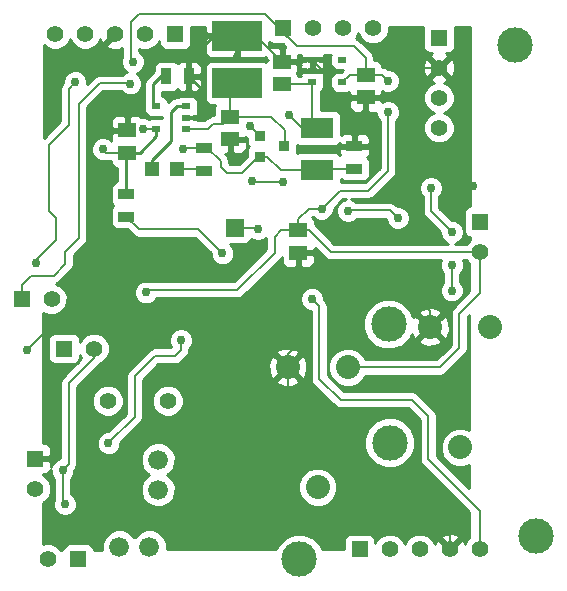
<source format=gbl>
G04 (created by PCBNEW (2013-07-07 BZR 4022)-stable) date 24/04/2015 17:54:37*
%MOIN*%
G04 Gerber Fmt 3.4, Leading zero omitted, Abs format*
%FSLAX34Y34*%
G01*
G70*
G90*
G04 APERTURE LIST*
%ADD10C,0.00590551*%
%ADD11C,0.11811*%
%ADD12R,0.03X0.02*%
%ADD13R,0.165354X0.0984252*%
%ADD14R,0.0590551X0.0590551*%
%ADD15R,0.11X0.07*%
%ADD16R,0.035X0.055*%
%ADD17R,0.055X0.035*%
%ADD18R,0.055X0.055*%
%ADD19C,0.055*%
%ADD20C,0.08*%
%ADD21C,0.066*%
%ADD22R,0.0472X0.0472*%
%ADD23C,0.056*%
%ADD24R,0.059X0.0512*%
%ADD25R,0.036X0.036*%
%ADD26C,0.0295276*%
%ADD27C,0.006*%
%ADD28C,0.01*%
G04 APERTURE END LIST*
G54D10*
G54D11*
X58590Y-47775D03*
X59290Y-64155D03*
X54385Y-57090D03*
X54420Y-61035D03*
X51415Y-64920D03*
G54D12*
X51850Y-49020D03*
X51850Y-48270D03*
X52850Y-49020D03*
X51850Y-48645D03*
X52850Y-48270D03*
X47650Y-49825D03*
X47650Y-50575D03*
X46650Y-49825D03*
X47650Y-50200D03*
X46650Y-50575D03*
G54D13*
X49335Y-49047D03*
X49335Y-47472D03*
G54D14*
X49270Y-53868D03*
G54D15*
X52000Y-51950D03*
X52000Y-50550D03*
G54D16*
X47730Y-48825D03*
X46980Y-48825D03*
G54D17*
X45645Y-52755D03*
X45645Y-53505D03*
X48230Y-51965D03*
X48230Y-51215D03*
X53250Y-51900D03*
X53250Y-51150D03*
G54D18*
X47275Y-47415D03*
G54D19*
X46275Y-47415D03*
X45275Y-47415D03*
X44275Y-47415D03*
X43275Y-47415D03*
G54D18*
X53425Y-64590D03*
G54D19*
X54425Y-64590D03*
X55425Y-64590D03*
X56425Y-64590D03*
X57425Y-64590D03*
G54D18*
X50880Y-47230D03*
G54D19*
X51880Y-47230D03*
X52880Y-47230D03*
X53880Y-47230D03*
G54D18*
X56070Y-47535D03*
G54D19*
X56070Y-48535D03*
X56070Y-49535D03*
X56070Y-50535D03*
G54D18*
X42160Y-56250D03*
G54D19*
X43160Y-56250D03*
G54D18*
X43570Y-57900D03*
G54D19*
X44570Y-57900D03*
G54D18*
X57435Y-53680D03*
G54D19*
X57435Y-54680D03*
G54D18*
X42615Y-61570D03*
G54D19*
X42615Y-62570D03*
G54D20*
X53030Y-58520D03*
X52030Y-62520D03*
X51030Y-58520D03*
X57770Y-57185D03*
X56770Y-61185D03*
X55770Y-57185D03*
G54D21*
X45415Y-64500D03*
X46415Y-64500D03*
X46705Y-62605D03*
X46705Y-61605D03*
G54D22*
X47333Y-51900D03*
X46507Y-51900D03*
G54D23*
X47025Y-59640D03*
X45025Y-59640D03*
G54D24*
X49110Y-50165D03*
X49110Y-50915D03*
X51375Y-53955D03*
X51375Y-54705D03*
X53625Y-48780D03*
X53625Y-49530D03*
X50835Y-49095D03*
X50835Y-48345D03*
X45670Y-51370D03*
X45670Y-50620D03*
G54D25*
X50100Y-50810D03*
X50100Y-51510D03*
X50900Y-51160D03*
G54D18*
X44040Y-64920D03*
G54D19*
X43040Y-64920D03*
G54D26*
X43605Y-63090D03*
X43520Y-61960D03*
X46300Y-56030D03*
X54370Y-50020D03*
X52155Y-53235D03*
X54360Y-48975D03*
X45870Y-48340D03*
X48850Y-54730D03*
X51830Y-56250D03*
X50040Y-53910D03*
X42330Y-57945D03*
X43875Y-56010D03*
X49005Y-63930D03*
X50700Y-61920D03*
X57210Y-52470D03*
X54945Y-50985D03*
X46000Y-49950D03*
X44470Y-53270D03*
X49350Y-48180D03*
X49300Y-51580D03*
X52530Y-55545D03*
X55800Y-52545D03*
X56490Y-54015D03*
X56490Y-55125D03*
X56490Y-55965D03*
X49760Y-50480D03*
X51080Y-50120D03*
X54690Y-53550D03*
X53040Y-53310D03*
X46205Y-50580D03*
X47520Y-51250D03*
X44860Y-51260D03*
X50865Y-52335D03*
X49845Y-52320D03*
X47470Y-57620D03*
X45050Y-61060D03*
X45780Y-49065D03*
X43945Y-49020D03*
X42635Y-55060D03*
G54D27*
X43520Y-63005D02*
X43520Y-61960D01*
X43605Y-63090D02*
X43520Y-63005D01*
X44570Y-58200D02*
X44570Y-57900D01*
X43720Y-59050D02*
X44570Y-58200D01*
X43720Y-61760D02*
X43720Y-59050D01*
X43520Y-61960D02*
X43720Y-61760D01*
X50815Y-53955D02*
X51375Y-53955D01*
X50590Y-54180D02*
X50815Y-53955D01*
X50590Y-54700D02*
X50590Y-54180D01*
X49350Y-55940D02*
X50590Y-54700D01*
X46390Y-55940D02*
X49350Y-55940D01*
X46300Y-56030D02*
X46390Y-55940D01*
X53030Y-58520D02*
X56100Y-58520D01*
X57435Y-56040D02*
X57435Y-54680D01*
X56740Y-56735D02*
X57435Y-56040D01*
X56740Y-57880D02*
X56740Y-56735D01*
X56100Y-58520D02*
X56740Y-57880D01*
X57435Y-54680D02*
X52460Y-54680D01*
X52460Y-54680D02*
X51735Y-53955D01*
X51735Y-53955D02*
X51375Y-53955D01*
X51375Y-53955D02*
X51375Y-53595D01*
X51375Y-53595D02*
X51735Y-53235D01*
X51735Y-53235D02*
X52155Y-53235D01*
X54370Y-51980D02*
X54370Y-50020D01*
X53715Y-52635D02*
X54370Y-51980D01*
X52755Y-52635D02*
X53715Y-52635D01*
X52155Y-53235D02*
X52755Y-52635D01*
X54165Y-48780D02*
X53625Y-48780D01*
X54360Y-48975D02*
X54165Y-48780D01*
X50880Y-47230D02*
X50880Y-47400D01*
X50990Y-47510D02*
X50990Y-47490D01*
X50880Y-47400D02*
X50990Y-47510D01*
X53625Y-48215D02*
X53625Y-48780D01*
X53240Y-47830D02*
X53625Y-48215D01*
X51330Y-47830D02*
X53240Y-47830D01*
X50260Y-46760D02*
X50990Y-47490D01*
X50990Y-47490D02*
X51330Y-47830D01*
X46060Y-46760D02*
X50260Y-46760D01*
X45790Y-47030D02*
X46060Y-46760D01*
X45790Y-48260D02*
X45790Y-47030D01*
X45870Y-48340D02*
X45790Y-48260D01*
X53625Y-48780D02*
X53090Y-48780D01*
X53090Y-48780D02*
X52850Y-49020D01*
X55705Y-61580D02*
X55705Y-60160D01*
X52785Y-59610D02*
X52075Y-58900D01*
X55155Y-59610D02*
X52785Y-59610D01*
X55705Y-60160D02*
X55155Y-59610D01*
X57425Y-64590D02*
X57425Y-63300D01*
X46070Y-53930D02*
X45645Y-53505D01*
X48050Y-53930D02*
X46070Y-53930D01*
X48850Y-54730D02*
X48050Y-53930D01*
X52075Y-56495D02*
X51830Y-56250D01*
X52075Y-58900D02*
X52075Y-56495D01*
X57425Y-63300D02*
X55705Y-61580D01*
X49270Y-53868D02*
X49998Y-53868D01*
X49998Y-53868D02*
X50040Y-53910D01*
X43950Y-56085D02*
X43875Y-56010D01*
X43950Y-56880D02*
X43950Y-56085D01*
X43785Y-57045D02*
X43950Y-56880D01*
X43230Y-57045D02*
X43785Y-57045D01*
X42330Y-57945D02*
X43230Y-57045D01*
X44470Y-54680D02*
X44470Y-53270D01*
X43875Y-56010D02*
X43905Y-55980D01*
X43905Y-55980D02*
X43905Y-55245D01*
X43905Y-55245D02*
X44470Y-54680D01*
X56425Y-64590D02*
X56425Y-64090D01*
X51090Y-62310D02*
X50700Y-61920D01*
X51090Y-62790D02*
X51090Y-62310D01*
X51765Y-63465D02*
X51090Y-62790D01*
X52560Y-63465D02*
X51765Y-63465D01*
X52815Y-63720D02*
X52560Y-63465D01*
X56055Y-63720D02*
X52815Y-63720D01*
X56425Y-64090D02*
X56055Y-63720D01*
X50700Y-62670D02*
X50700Y-61920D01*
X50115Y-63255D02*
X50700Y-62670D01*
X49680Y-63255D02*
X50115Y-63255D01*
X49005Y-63930D02*
X49680Y-63255D01*
X51030Y-61590D02*
X51030Y-58520D01*
X50700Y-61920D02*
X51030Y-61590D01*
X51030Y-58520D02*
X51030Y-58065D01*
X51375Y-57720D02*
X51375Y-54705D01*
X51030Y-58065D02*
X51375Y-57720D01*
X57075Y-49540D02*
X56070Y-48535D01*
X57075Y-52335D02*
X57075Y-49540D01*
X57210Y-52470D02*
X57075Y-52335D01*
X55770Y-57185D02*
X55770Y-56640D01*
X54675Y-55545D02*
X52530Y-55545D01*
X55770Y-56640D02*
X54675Y-55545D01*
X55090Y-50840D02*
X55090Y-49030D01*
X54945Y-50985D02*
X55090Y-50840D01*
X56070Y-48535D02*
X55585Y-48535D01*
X53645Y-49550D02*
X53625Y-49530D01*
X54570Y-49550D02*
X53645Y-49550D01*
X55585Y-48535D02*
X55090Y-49030D01*
X55090Y-49030D02*
X54570Y-49550D01*
X46000Y-49950D02*
X46012Y-49962D01*
X44910Y-50620D02*
X45670Y-50620D01*
X44410Y-51120D02*
X44910Y-50620D01*
X44480Y-53260D02*
X44410Y-51120D01*
X44470Y-53270D02*
X44480Y-53260D01*
X45670Y-50620D02*
X45670Y-50305D01*
X46565Y-48195D02*
X47835Y-48195D01*
X46200Y-48560D02*
X46565Y-48195D01*
X46200Y-49775D02*
X46200Y-48960D01*
X46200Y-48960D02*
X46200Y-48560D01*
X45670Y-50305D02*
X46012Y-49962D01*
X46012Y-49962D02*
X46200Y-49775D01*
X53625Y-49530D02*
X52720Y-49530D01*
X52430Y-48850D02*
X51850Y-48270D01*
X52430Y-49240D02*
X52430Y-48850D01*
X52720Y-49530D02*
X52430Y-49240D01*
X53250Y-51150D02*
X53250Y-50240D01*
X53625Y-49865D02*
X53625Y-49530D01*
X53250Y-50240D02*
X53625Y-49865D01*
X51850Y-48270D02*
X51850Y-48645D01*
X50835Y-48345D02*
X51405Y-48345D01*
X51405Y-48345D02*
X51480Y-48270D01*
X51480Y-48270D02*
X51850Y-48270D01*
X49335Y-47472D02*
X49962Y-47472D01*
X49962Y-47472D02*
X50835Y-48345D01*
X49110Y-50915D02*
X49110Y-51390D01*
X49335Y-48165D02*
X49335Y-47472D01*
X49350Y-48180D02*
X49335Y-48165D01*
X49110Y-51390D02*
X49300Y-51580D01*
G54D28*
X47730Y-48825D02*
X47730Y-48300D01*
X48557Y-47472D02*
X49335Y-47472D01*
X47730Y-48300D02*
X47835Y-48195D01*
X47835Y-48195D02*
X48557Y-47472D01*
X47650Y-50200D02*
X48080Y-50200D01*
X48140Y-49235D02*
X47730Y-48825D01*
X48140Y-50140D02*
X48140Y-49235D01*
X48080Y-50200D02*
X48140Y-50140D01*
G54D27*
X51375Y-55200D02*
X51375Y-54705D01*
X51705Y-55530D02*
X51375Y-55200D01*
X52515Y-55530D02*
X51705Y-55530D01*
X52530Y-55545D02*
X52515Y-55530D01*
X55800Y-53325D02*
X55800Y-52545D01*
X56490Y-54015D02*
X55800Y-53325D01*
X56490Y-55965D02*
X56490Y-55125D01*
X51850Y-49020D02*
X51850Y-50400D01*
X51850Y-50400D02*
X52000Y-50550D01*
X50835Y-49095D02*
X51775Y-49095D01*
X51775Y-49095D02*
X51850Y-49020D01*
X50100Y-50810D02*
X50090Y-50810D01*
X50090Y-50810D02*
X49760Y-50480D01*
X51080Y-50120D02*
X51510Y-50550D01*
X51510Y-50550D02*
X52000Y-50550D01*
X54435Y-53295D02*
X54690Y-53550D01*
X53055Y-53295D02*
X54435Y-53295D01*
X53040Y-53310D02*
X53055Y-53295D01*
X49110Y-50165D02*
X50475Y-50165D01*
X50930Y-51130D02*
X50900Y-51160D01*
X50930Y-50620D02*
X50930Y-51130D01*
X50475Y-50165D02*
X50930Y-50620D01*
X49110Y-50165D02*
X49110Y-49272D01*
X49110Y-49272D02*
X49335Y-49047D01*
X47650Y-50575D02*
X48365Y-50575D01*
X48865Y-50410D02*
X49110Y-50165D01*
X48530Y-50410D02*
X48865Y-50410D01*
X48365Y-50575D02*
X48530Y-50410D01*
G54D28*
X46980Y-48825D02*
X46795Y-48825D01*
X46540Y-49715D02*
X46650Y-49825D01*
X46540Y-49080D02*
X46540Y-49715D01*
X46795Y-48825D02*
X46540Y-49080D01*
G54D27*
X46650Y-50575D02*
X46210Y-50575D01*
X46210Y-50575D02*
X46205Y-50580D01*
X48230Y-51215D02*
X47555Y-51215D01*
X47555Y-51215D02*
X47520Y-51250D01*
X48790Y-51825D02*
X48790Y-51835D01*
X50040Y-51510D02*
X50100Y-51510D01*
X49515Y-52035D02*
X50040Y-51510D01*
X48990Y-52035D02*
X49515Y-52035D01*
X48790Y-51835D02*
X48990Y-52035D01*
X48790Y-51825D02*
X48790Y-51660D01*
X48790Y-51660D02*
X48345Y-51215D01*
X48345Y-51215D02*
X48230Y-51215D01*
X44970Y-51370D02*
X45670Y-51370D01*
X44860Y-51260D02*
X44970Y-51370D01*
X53250Y-51900D02*
X52050Y-51900D01*
X52050Y-51900D02*
X52000Y-51950D01*
X52000Y-51950D02*
X50790Y-51950D01*
X50790Y-51950D02*
X50350Y-51510D01*
X50350Y-51510D02*
X50100Y-51510D01*
G54D28*
X45645Y-52755D02*
X45645Y-51395D01*
X45645Y-51395D02*
X45670Y-51370D01*
X45670Y-51370D02*
X46085Y-51370D01*
X46085Y-51370D02*
X46650Y-50805D01*
X46650Y-50805D02*
X46650Y-50575D01*
X47650Y-49825D02*
X47325Y-49825D01*
X46507Y-51613D02*
X46507Y-51900D01*
X47150Y-50970D02*
X46507Y-51613D01*
X47150Y-50000D02*
X47150Y-50970D01*
X47325Y-49825D02*
X47150Y-50000D01*
G54D27*
X47333Y-51900D02*
X48165Y-51900D01*
X48165Y-51900D02*
X48230Y-51965D01*
X49860Y-52335D02*
X50865Y-52335D01*
X49845Y-52320D02*
X49860Y-52335D01*
X47470Y-57940D02*
X47470Y-57620D01*
X47270Y-58140D02*
X47470Y-57940D01*
X46600Y-58140D02*
X47270Y-58140D01*
X45920Y-58820D02*
X46600Y-58140D01*
X45920Y-60190D02*
X45920Y-58820D01*
X45050Y-61060D02*
X45920Y-60190D01*
X43610Y-54680D02*
X43610Y-55080D01*
X42475Y-55470D02*
X42160Y-55785D01*
X43220Y-55470D02*
X42475Y-55470D01*
X43610Y-55080D02*
X43220Y-55470D01*
X44070Y-52610D02*
X44070Y-54220D01*
X42160Y-55785D02*
X42160Y-56250D01*
X44070Y-54220D02*
X43610Y-54680D01*
X44070Y-49740D02*
X44070Y-52610D01*
X44070Y-52610D02*
X44070Y-52620D01*
X44760Y-49050D02*
X44070Y-49740D01*
X45765Y-49050D02*
X44760Y-49050D01*
X45780Y-49065D02*
X45765Y-49050D01*
X43310Y-53545D02*
X43310Y-54280D01*
X43945Y-49020D02*
X43730Y-49235D01*
X43730Y-49235D02*
X43730Y-50445D01*
X43730Y-50445D02*
X43065Y-51110D01*
X43065Y-51110D02*
X43065Y-53300D01*
X43065Y-53300D02*
X43310Y-53545D01*
X42635Y-54955D02*
X42635Y-55060D01*
X43310Y-54280D02*
X42635Y-54955D01*
G54D10*
G36*
X45661Y-48683D02*
X45555Y-48727D01*
X45512Y-48770D01*
X44760Y-48770D01*
X44652Y-48791D01*
X44622Y-48811D01*
X44562Y-48852D01*
X44342Y-49071D01*
X44342Y-48941D01*
X44282Y-48795D01*
X44170Y-48683D01*
X44024Y-48622D01*
X43866Y-48622D01*
X43720Y-48682D01*
X43608Y-48794D01*
X43547Y-48940D01*
X43547Y-49021D01*
X43532Y-49037D01*
X43471Y-49127D01*
X43450Y-49235D01*
X43450Y-50329D01*
X42895Y-50883D01*
X42903Y-47785D01*
X42977Y-47859D01*
X43170Y-47939D01*
X43378Y-47940D01*
X43572Y-47860D01*
X43719Y-47712D01*
X43775Y-47579D01*
X43829Y-47712D01*
X43977Y-47859D01*
X44170Y-47939D01*
X44378Y-47940D01*
X44572Y-47860D01*
X44719Y-47712D01*
X44772Y-47586D01*
X44814Y-47687D01*
X44907Y-47712D01*
X45204Y-47415D01*
X45198Y-47409D01*
X45269Y-47338D01*
X45275Y-47344D01*
X45280Y-47338D01*
X45351Y-47409D01*
X45345Y-47415D01*
X45351Y-47420D01*
X45280Y-47491D01*
X45275Y-47485D01*
X44977Y-47782D01*
X45002Y-47875D01*
X45199Y-47944D01*
X45407Y-47933D01*
X45510Y-47891D01*
X45510Y-48170D01*
X45472Y-48260D01*
X45472Y-48418D01*
X45532Y-48564D01*
X45644Y-48676D01*
X45661Y-48683D01*
X45661Y-48683D01*
G37*
G54D28*
X45661Y-48683D02*
X45555Y-48727D01*
X45512Y-48770D01*
X44760Y-48770D01*
X44652Y-48791D01*
X44622Y-48811D01*
X44562Y-48852D01*
X44342Y-49071D01*
X44342Y-48941D01*
X44282Y-48795D01*
X44170Y-48683D01*
X44024Y-48622D01*
X43866Y-48622D01*
X43720Y-48682D01*
X43608Y-48794D01*
X43547Y-48940D01*
X43547Y-49021D01*
X43532Y-49037D01*
X43471Y-49127D01*
X43450Y-49235D01*
X43450Y-50329D01*
X42895Y-50883D01*
X42903Y-47785D01*
X42977Y-47859D01*
X43170Y-47939D01*
X43378Y-47940D01*
X43572Y-47860D01*
X43719Y-47712D01*
X43775Y-47579D01*
X43829Y-47712D01*
X43977Y-47859D01*
X44170Y-47939D01*
X44378Y-47940D01*
X44572Y-47860D01*
X44719Y-47712D01*
X44772Y-47586D01*
X44814Y-47687D01*
X44907Y-47712D01*
X45204Y-47415D01*
X45198Y-47409D01*
X45269Y-47338D01*
X45275Y-47344D01*
X45280Y-47338D01*
X45351Y-47409D01*
X45345Y-47415D01*
X45351Y-47420D01*
X45280Y-47491D01*
X45275Y-47485D01*
X44977Y-47782D01*
X45002Y-47875D01*
X45199Y-47944D01*
X45407Y-47933D01*
X45510Y-47891D01*
X45510Y-48170D01*
X45472Y-48260D01*
X45472Y-48418D01*
X45532Y-48564D01*
X45644Y-48676D01*
X45661Y-48683D01*
G54D10*
G36*
X49736Y-51159D02*
X49708Y-51188D01*
X49670Y-51280D01*
X49669Y-51379D01*
X49669Y-51484D01*
X49655Y-51498D01*
X49655Y-51220D01*
X49655Y-51027D01*
X49592Y-50965D01*
X49160Y-50965D01*
X49160Y-51358D01*
X49222Y-51421D01*
X49355Y-51421D01*
X49454Y-51420D01*
X49546Y-51382D01*
X49617Y-51312D01*
X49655Y-51220D01*
X49655Y-51498D01*
X49399Y-51755D01*
X49105Y-51755D01*
X49070Y-51719D01*
X49070Y-51660D01*
X49048Y-51552D01*
X49048Y-51552D01*
X49028Y-51522D01*
X48987Y-51462D01*
X48987Y-51462D01*
X48946Y-51421D01*
X48997Y-51421D01*
X49060Y-51358D01*
X49060Y-50965D01*
X49052Y-50965D01*
X49052Y-50865D01*
X49060Y-50865D01*
X49060Y-50857D01*
X49160Y-50857D01*
X49160Y-50865D01*
X49592Y-50865D01*
X49609Y-50848D01*
X49669Y-50873D01*
X49669Y-51039D01*
X49707Y-51131D01*
X49736Y-51159D01*
X49736Y-51159D01*
G37*
G54D28*
X49736Y-51159D02*
X49708Y-51188D01*
X49670Y-51280D01*
X49669Y-51379D01*
X49669Y-51484D01*
X49655Y-51498D01*
X49655Y-51220D01*
X49655Y-51027D01*
X49592Y-50965D01*
X49160Y-50965D01*
X49160Y-51358D01*
X49222Y-51421D01*
X49355Y-51421D01*
X49454Y-51420D01*
X49546Y-51382D01*
X49617Y-51312D01*
X49655Y-51220D01*
X49655Y-51498D01*
X49399Y-51755D01*
X49105Y-51755D01*
X49070Y-51719D01*
X49070Y-51660D01*
X49048Y-51552D01*
X49048Y-51552D01*
X49028Y-51522D01*
X48987Y-51462D01*
X48987Y-51462D01*
X48946Y-51421D01*
X48997Y-51421D01*
X49060Y-51358D01*
X49060Y-50965D01*
X49052Y-50965D01*
X49052Y-50865D01*
X49060Y-50865D01*
X49060Y-50857D01*
X49160Y-50857D01*
X49160Y-50865D01*
X49592Y-50865D01*
X49609Y-50848D01*
X49669Y-50873D01*
X49669Y-51039D01*
X49707Y-51131D01*
X49736Y-51159D01*
G54D10*
G36*
X51956Y-47235D02*
X51885Y-47306D01*
X51880Y-47300D01*
X51874Y-47306D01*
X51803Y-47235D01*
X51809Y-47230D01*
X51803Y-47224D01*
X51833Y-47195D01*
X51926Y-47195D01*
X51956Y-47224D01*
X51950Y-47230D01*
X51956Y-47235D01*
X51956Y-47235D01*
G37*
G54D28*
X51956Y-47235D02*
X51885Y-47306D01*
X51880Y-47300D01*
X51874Y-47306D01*
X51803Y-47235D01*
X51809Y-47230D01*
X51803Y-47224D01*
X51833Y-47195D01*
X51926Y-47195D01*
X51956Y-47224D01*
X51950Y-47230D01*
X51956Y-47235D01*
G54D10*
G36*
X57084Y-55072D02*
X57082Y-55996D01*
X56542Y-56537D01*
X56481Y-56627D01*
X56460Y-56735D01*
X56460Y-57764D01*
X56424Y-57799D01*
X56424Y-57290D01*
X56414Y-57032D01*
X56334Y-56837D01*
X56228Y-56797D01*
X56157Y-56868D01*
X56157Y-56726D01*
X56117Y-56620D01*
X55875Y-56530D01*
X55617Y-56540D01*
X55422Y-56620D01*
X55382Y-56726D01*
X55770Y-57114D01*
X56157Y-56726D01*
X56157Y-56868D01*
X55840Y-57185D01*
X56228Y-57572D01*
X56334Y-57532D01*
X56424Y-57290D01*
X56424Y-57799D01*
X56157Y-58066D01*
X56157Y-57643D01*
X55770Y-57255D01*
X55699Y-57326D01*
X55699Y-57185D01*
X55311Y-56797D01*
X55205Y-56837D01*
X55198Y-56857D01*
X55098Y-56614D01*
X54861Y-56377D01*
X54552Y-56249D01*
X54218Y-56249D01*
X53909Y-56377D01*
X53672Y-56613D01*
X53544Y-56922D01*
X53544Y-57256D01*
X53672Y-57565D01*
X53908Y-57802D01*
X54217Y-57930D01*
X54551Y-57930D01*
X54860Y-57803D01*
X55097Y-57566D01*
X55158Y-57418D01*
X55205Y-57532D01*
X55311Y-57572D01*
X55699Y-57185D01*
X55699Y-57326D01*
X55382Y-57643D01*
X55422Y-57749D01*
X55664Y-57839D01*
X55922Y-57829D01*
X56117Y-57749D01*
X56157Y-57643D01*
X56157Y-58066D01*
X55984Y-58240D01*
X53617Y-58240D01*
X53581Y-58152D01*
X53398Y-57969D01*
X53159Y-57870D01*
X52901Y-57869D01*
X52662Y-57968D01*
X52479Y-58151D01*
X52380Y-58390D01*
X52379Y-58648D01*
X52478Y-58887D01*
X52661Y-59070D01*
X52900Y-59169D01*
X53158Y-59170D01*
X53397Y-59071D01*
X53580Y-58888D01*
X53617Y-58800D01*
X56100Y-58800D01*
X56207Y-58778D01*
X56207Y-58778D01*
X56297Y-58717D01*
X56937Y-58077D01*
X56937Y-58077D01*
X56978Y-58017D01*
X56998Y-57987D01*
X56998Y-57987D01*
X57019Y-57880D01*
X57020Y-57880D01*
X57020Y-56850D01*
X57080Y-56790D01*
X57070Y-60605D01*
X56899Y-60535D01*
X56641Y-60534D01*
X56402Y-60633D01*
X56219Y-60816D01*
X56120Y-61055D01*
X56119Y-61313D01*
X56218Y-61552D01*
X56401Y-61735D01*
X56640Y-61834D01*
X56898Y-61835D01*
X57067Y-61765D01*
X57065Y-62544D01*
X55985Y-61464D01*
X55985Y-60160D01*
X55963Y-60052D01*
X55963Y-60052D01*
X55943Y-60022D01*
X55902Y-59962D01*
X55902Y-59962D01*
X55352Y-59412D01*
X55262Y-59351D01*
X55155Y-59330D01*
X52900Y-59330D01*
X52355Y-58784D01*
X52355Y-56495D01*
X52337Y-56405D01*
X52333Y-56387D01*
X52333Y-56387D01*
X52272Y-56297D01*
X52227Y-56251D01*
X52227Y-56171D01*
X52167Y-56025D01*
X52055Y-55913D01*
X51920Y-55856D01*
X51920Y-55010D01*
X51920Y-54817D01*
X51857Y-54755D01*
X51425Y-54755D01*
X51425Y-55148D01*
X51487Y-55211D01*
X51620Y-55211D01*
X51719Y-55210D01*
X51811Y-55172D01*
X51882Y-55102D01*
X51920Y-55010D01*
X51920Y-55856D01*
X51909Y-55852D01*
X51751Y-55852D01*
X51605Y-55912D01*
X51493Y-56024D01*
X51432Y-56170D01*
X51432Y-56328D01*
X51492Y-56474D01*
X51604Y-56586D01*
X51750Y-56647D01*
X51795Y-56647D01*
X51795Y-58900D01*
X51816Y-59007D01*
X51877Y-59097D01*
X52587Y-59807D01*
X52587Y-59807D01*
X52647Y-59848D01*
X52677Y-59868D01*
X52677Y-59868D01*
X52784Y-59889D01*
X52785Y-59890D01*
X55039Y-59890D01*
X55425Y-60275D01*
X55425Y-61580D01*
X55446Y-61687D01*
X55507Y-61777D01*
X57063Y-63334D01*
X57061Y-64211D01*
X56980Y-64292D01*
X56927Y-64418D01*
X56885Y-64317D01*
X56792Y-64292D01*
X56722Y-64363D01*
X56722Y-64222D01*
X56697Y-64129D01*
X56500Y-64060D01*
X56292Y-64071D01*
X56152Y-64129D01*
X56127Y-64222D01*
X56425Y-64519D01*
X56722Y-64222D01*
X56722Y-64363D01*
X56518Y-64566D01*
X56331Y-64567D01*
X56057Y-64292D01*
X55964Y-64317D01*
X55925Y-64427D01*
X55870Y-64293D01*
X55722Y-64145D01*
X55529Y-64065D01*
X55321Y-64064D01*
X55260Y-64089D01*
X55260Y-60868D01*
X55133Y-60559D01*
X54896Y-60322D01*
X54587Y-60194D01*
X54253Y-60194D01*
X53944Y-60322D01*
X53707Y-60558D01*
X53579Y-60867D01*
X53579Y-61201D01*
X53707Y-61510D01*
X53943Y-61747D01*
X54252Y-61875D01*
X54586Y-61875D01*
X54895Y-61748D01*
X55132Y-61511D01*
X55260Y-61202D01*
X55260Y-60868D01*
X55260Y-64089D01*
X55128Y-64144D01*
X54980Y-64292D01*
X54924Y-64425D01*
X54870Y-64293D01*
X54722Y-64145D01*
X54529Y-64065D01*
X54321Y-64064D01*
X54128Y-64144D01*
X53980Y-64292D01*
X53950Y-64364D01*
X53950Y-64265D01*
X53912Y-64173D01*
X53841Y-64103D01*
X53749Y-64065D01*
X53650Y-64064D01*
X53100Y-64064D01*
X53008Y-64102D01*
X52938Y-64173D01*
X52900Y-64265D01*
X52899Y-64364D01*
X52899Y-64578D01*
X52680Y-64578D01*
X52680Y-62391D01*
X52581Y-62152D01*
X52398Y-61969D01*
X52159Y-61870D01*
X51901Y-61869D01*
X51684Y-61959D01*
X51684Y-58625D01*
X51674Y-58367D01*
X51594Y-58172D01*
X51488Y-58132D01*
X51417Y-58203D01*
X51417Y-58061D01*
X51377Y-57955D01*
X51135Y-57865D01*
X50877Y-57875D01*
X50682Y-57955D01*
X50642Y-58061D01*
X51030Y-58449D01*
X51417Y-58061D01*
X51417Y-58203D01*
X51100Y-58520D01*
X51488Y-58907D01*
X51594Y-58867D01*
X51684Y-58625D01*
X51684Y-61959D01*
X51662Y-61968D01*
X51479Y-62151D01*
X51417Y-62299D01*
X51417Y-58978D01*
X51030Y-58590D01*
X50959Y-58661D01*
X50959Y-58520D01*
X50571Y-58132D01*
X50465Y-58172D01*
X50375Y-58414D01*
X50385Y-58672D01*
X50465Y-58867D01*
X50571Y-58907D01*
X50959Y-58520D01*
X50959Y-58661D01*
X50642Y-58978D01*
X50682Y-59084D01*
X50924Y-59174D01*
X51182Y-59164D01*
X51377Y-59084D01*
X51417Y-58978D01*
X51417Y-62299D01*
X51380Y-62390D01*
X51379Y-62648D01*
X51478Y-62887D01*
X51661Y-63070D01*
X51900Y-63169D01*
X52158Y-63170D01*
X52397Y-63071D01*
X52580Y-62888D01*
X52679Y-62649D01*
X52680Y-62391D01*
X52680Y-64578D01*
X52184Y-64580D01*
X52128Y-64444D01*
X51891Y-64207D01*
X51582Y-64079D01*
X51248Y-64079D01*
X50939Y-64207D01*
X50702Y-64443D01*
X50643Y-64585D01*
X47867Y-64594D01*
X47867Y-57541D01*
X47807Y-57395D01*
X47695Y-57283D01*
X47549Y-57222D01*
X47391Y-57222D01*
X47245Y-57282D01*
X47133Y-57394D01*
X47072Y-57540D01*
X47072Y-57698D01*
X47132Y-57844D01*
X47147Y-57860D01*
X46600Y-57860D01*
X46492Y-57881D01*
X46462Y-57901D01*
X46402Y-57942D01*
X45722Y-58622D01*
X45661Y-58712D01*
X45640Y-58820D01*
X45640Y-60074D01*
X45555Y-60158D01*
X45555Y-59535D01*
X45474Y-59340D01*
X45325Y-59190D01*
X45130Y-59110D01*
X44920Y-59109D01*
X44725Y-59190D01*
X44575Y-59339D01*
X44495Y-59534D01*
X44494Y-59744D01*
X44575Y-59939D01*
X44724Y-60089D01*
X44919Y-60169D01*
X45129Y-60170D01*
X45324Y-60089D01*
X45474Y-59940D01*
X45554Y-59745D01*
X45555Y-59535D01*
X45555Y-60158D01*
X45051Y-60662D01*
X44971Y-60662D01*
X44825Y-60722D01*
X44713Y-60834D01*
X44652Y-60980D01*
X44652Y-61138D01*
X44712Y-61284D01*
X44824Y-61396D01*
X44970Y-61457D01*
X45128Y-61457D01*
X45274Y-61397D01*
X45386Y-61285D01*
X45447Y-61139D01*
X45447Y-61058D01*
X46117Y-60387D01*
X46178Y-60297D01*
X46178Y-60297D01*
X46182Y-60279D01*
X46199Y-60190D01*
X46200Y-60190D01*
X46200Y-58935D01*
X46715Y-58420D01*
X47270Y-58420D01*
X47377Y-58398D01*
X47377Y-58398D01*
X47467Y-58337D01*
X47667Y-58137D01*
X47667Y-58137D01*
X47708Y-58077D01*
X47728Y-58047D01*
X47728Y-58047D01*
X47749Y-57940D01*
X47750Y-57940D01*
X47750Y-57902D01*
X47806Y-57845D01*
X47867Y-57699D01*
X47867Y-57541D01*
X47867Y-64594D01*
X47555Y-64595D01*
X47555Y-59535D01*
X47474Y-59340D01*
X47325Y-59190D01*
X47130Y-59110D01*
X46920Y-59109D01*
X46725Y-59190D01*
X46575Y-59339D01*
X46495Y-59534D01*
X46494Y-59744D01*
X46575Y-59939D01*
X46724Y-60089D01*
X46919Y-60169D01*
X47129Y-60170D01*
X47324Y-60089D01*
X47474Y-59940D01*
X47554Y-59745D01*
X47555Y-59535D01*
X47555Y-64595D01*
X47285Y-64595D01*
X47285Y-62490D01*
X47196Y-62276D01*
X47033Y-62113D01*
X47013Y-62105D01*
X47033Y-62096D01*
X47196Y-61933D01*
X47284Y-61720D01*
X47285Y-61490D01*
X47196Y-61276D01*
X47033Y-61113D01*
X46820Y-61025D01*
X46590Y-61024D01*
X46376Y-61113D01*
X46213Y-61276D01*
X46125Y-61489D01*
X46124Y-61719D01*
X46213Y-61933D01*
X46376Y-62096D01*
X46396Y-62104D01*
X46376Y-62113D01*
X46213Y-62276D01*
X46125Y-62489D01*
X46124Y-62719D01*
X46213Y-62933D01*
X46376Y-63096D01*
X46589Y-63184D01*
X46819Y-63185D01*
X47033Y-63096D01*
X47196Y-62933D01*
X47284Y-62720D01*
X47285Y-62490D01*
X47285Y-64595D01*
X46994Y-64596D01*
X46995Y-64385D01*
X46906Y-64171D01*
X46743Y-64008D01*
X46530Y-63920D01*
X46300Y-63919D01*
X46086Y-64008D01*
X45923Y-64171D01*
X45915Y-64191D01*
X45906Y-64171D01*
X45743Y-64008D01*
X45530Y-63920D01*
X45300Y-63919D01*
X45086Y-64008D01*
X44923Y-64171D01*
X44835Y-64384D01*
X44834Y-64603D01*
X44565Y-64604D01*
X44565Y-64595D01*
X44527Y-64503D01*
X44456Y-64433D01*
X44364Y-64395D01*
X44265Y-64394D01*
X43715Y-64394D01*
X43623Y-64432D01*
X43553Y-64503D01*
X43515Y-64595D01*
X43515Y-64607D01*
X43470Y-64607D01*
X43337Y-64475D01*
X43144Y-64395D01*
X42936Y-64394D01*
X42860Y-64426D01*
X42864Y-63035D01*
X42912Y-63015D01*
X43059Y-62867D01*
X43139Y-62674D01*
X43140Y-62466D01*
X43060Y-62273D01*
X42912Y-62125D01*
X42866Y-62105D01*
X42866Y-62095D01*
X42939Y-62094D01*
X43031Y-62056D01*
X43102Y-61986D01*
X43122Y-61937D01*
X43122Y-62038D01*
X43182Y-62184D01*
X43240Y-62242D01*
X43240Y-62932D01*
X43207Y-63010D01*
X43207Y-63168D01*
X43267Y-63314D01*
X43379Y-63426D01*
X43525Y-63487D01*
X43683Y-63487D01*
X43829Y-63427D01*
X43941Y-63315D01*
X44002Y-63169D01*
X44002Y-63011D01*
X43942Y-62865D01*
X43830Y-62753D01*
X43800Y-62740D01*
X43800Y-62242D01*
X43856Y-62185D01*
X43917Y-62039D01*
X43917Y-61958D01*
X43917Y-61957D01*
X43917Y-61957D01*
X43958Y-61897D01*
X43978Y-61867D01*
X43978Y-61867D01*
X43999Y-61760D01*
X44000Y-61760D01*
X44000Y-59165D01*
X44767Y-58397D01*
X44778Y-58381D01*
X44867Y-58345D01*
X45014Y-58197D01*
X45094Y-58004D01*
X45095Y-57796D01*
X45015Y-57603D01*
X44867Y-57455D01*
X44674Y-57375D01*
X44466Y-57374D01*
X44273Y-57454D01*
X44125Y-57602D01*
X44095Y-57674D01*
X44095Y-57575D01*
X44057Y-57483D01*
X43986Y-57413D01*
X43894Y-57375D01*
X43795Y-57374D01*
X43245Y-57374D01*
X43153Y-57412D01*
X43083Y-57483D01*
X43045Y-57575D01*
X43044Y-57674D01*
X43044Y-58224D01*
X43082Y-58316D01*
X43153Y-58386D01*
X43245Y-58424D01*
X43344Y-58425D01*
X43894Y-58425D01*
X43986Y-58387D01*
X44056Y-58316D01*
X44094Y-58224D01*
X44095Y-58125D01*
X44095Y-58125D01*
X44124Y-58197D01*
X44150Y-58223D01*
X43522Y-58852D01*
X43461Y-58942D01*
X43440Y-59050D01*
X43440Y-61562D01*
X43295Y-61622D01*
X43183Y-61734D01*
X43140Y-61838D01*
X43140Y-61682D01*
X43077Y-61620D01*
X42867Y-61620D01*
X42868Y-61520D01*
X43077Y-61520D01*
X43140Y-61457D01*
X43140Y-61245D01*
X43102Y-61153D01*
X43031Y-61083D01*
X42939Y-61045D01*
X42869Y-61044D01*
X42880Y-56702D01*
X43055Y-56774D01*
X43263Y-56775D01*
X43457Y-56695D01*
X43604Y-56547D01*
X43684Y-56354D01*
X43685Y-56146D01*
X43605Y-55953D01*
X43457Y-55805D01*
X43290Y-55735D01*
X43327Y-55728D01*
X43327Y-55728D01*
X43417Y-55667D01*
X43807Y-55277D01*
X43807Y-55277D01*
X43848Y-55217D01*
X43868Y-55187D01*
X43868Y-55187D01*
X43889Y-55080D01*
X43890Y-55080D01*
X43890Y-54795D01*
X44267Y-54417D01*
X44328Y-54327D01*
X44328Y-54327D01*
X44332Y-54309D01*
X44349Y-54220D01*
X44350Y-54220D01*
X44350Y-52620D01*
X44350Y-52610D01*
X44350Y-49855D01*
X44875Y-49330D01*
X45482Y-49330D01*
X45554Y-49401D01*
X45700Y-49462D01*
X45858Y-49462D01*
X46004Y-49402D01*
X46116Y-49290D01*
X46177Y-49144D01*
X46177Y-48986D01*
X46117Y-48840D01*
X46005Y-48728D01*
X45988Y-48721D01*
X46094Y-48677D01*
X46206Y-48565D01*
X46267Y-48419D01*
X46267Y-48261D01*
X46207Y-48115D01*
X46095Y-48003D01*
X46070Y-47992D01*
X46070Y-47898D01*
X46170Y-47939D01*
X46378Y-47940D01*
X46572Y-47860D01*
X46719Y-47712D01*
X46749Y-47640D01*
X46749Y-47739D01*
X46787Y-47831D01*
X46858Y-47901D01*
X46950Y-47939D01*
X47049Y-47940D01*
X47599Y-47940D01*
X47691Y-47902D01*
X47761Y-47831D01*
X47799Y-47739D01*
X47800Y-47640D01*
X47800Y-47195D01*
X48258Y-47195D01*
X48258Y-47360D01*
X48320Y-47422D01*
X49285Y-47422D01*
X49285Y-47414D01*
X49385Y-47414D01*
X49385Y-47422D01*
X49393Y-47422D01*
X49393Y-47522D01*
X49385Y-47522D01*
X49385Y-48152D01*
X49447Y-48214D01*
X50112Y-48214D01*
X50211Y-48214D01*
X50289Y-48182D01*
X50290Y-48232D01*
X50352Y-48294D01*
X50290Y-48294D01*
X50290Y-48337D01*
X50211Y-48305D01*
X50112Y-48305D01*
X49285Y-48305D01*
X49285Y-48152D01*
X49285Y-47522D01*
X48320Y-47522D01*
X48258Y-47585D01*
X48258Y-48014D01*
X48296Y-48106D01*
X48366Y-48176D01*
X48458Y-48214D01*
X48557Y-48214D01*
X49222Y-48214D01*
X49285Y-48152D01*
X49285Y-48305D01*
X48458Y-48305D01*
X48366Y-48343D01*
X48296Y-48413D01*
X48258Y-48505D01*
X48258Y-48604D01*
X48258Y-49589D01*
X48296Y-49680D01*
X48366Y-49751D01*
X48458Y-49789D01*
X48557Y-49789D01*
X48593Y-49789D01*
X48565Y-49859D01*
X48564Y-49958D01*
X48564Y-50130D01*
X48530Y-50130D01*
X48422Y-50151D01*
X48392Y-50171D01*
X48332Y-50212D01*
X48249Y-50295D01*
X48155Y-50295D01*
X48155Y-49050D01*
X48155Y-48599D01*
X48154Y-48500D01*
X48116Y-48408D01*
X48046Y-48337D01*
X47954Y-48299D01*
X47842Y-48300D01*
X47780Y-48362D01*
X47780Y-48775D01*
X48092Y-48775D01*
X48155Y-48712D01*
X48155Y-48599D01*
X48155Y-49050D01*
X48155Y-48937D01*
X48092Y-48875D01*
X47780Y-48875D01*
X47780Y-49287D01*
X47842Y-49350D01*
X47954Y-49350D01*
X48046Y-49312D01*
X48116Y-49241D01*
X48154Y-49149D01*
X48155Y-49050D01*
X48155Y-50295D01*
X48032Y-50295D01*
X47987Y-50250D01*
X47910Y-50250D01*
X47849Y-50225D01*
X47750Y-50224D01*
X47592Y-50224D01*
X47592Y-50175D01*
X47849Y-50175D01*
X47910Y-50150D01*
X47987Y-50150D01*
X48050Y-50087D01*
X48050Y-50050D01*
X48034Y-50012D01*
X48049Y-49974D01*
X48050Y-49875D01*
X48050Y-49675D01*
X48012Y-49583D01*
X47941Y-49513D01*
X47849Y-49475D01*
X47750Y-49474D01*
X47450Y-49474D01*
X47358Y-49512D01*
X47346Y-49525D01*
X47325Y-49525D01*
X47210Y-49547D01*
X47112Y-49612D01*
X47050Y-49675D01*
X47050Y-49675D01*
X47012Y-49583D01*
X46941Y-49513D01*
X46849Y-49475D01*
X46840Y-49475D01*
X46840Y-49350D01*
X46854Y-49350D01*
X47204Y-49350D01*
X47296Y-49312D01*
X47355Y-49253D01*
X47413Y-49312D01*
X47505Y-49350D01*
X47617Y-49350D01*
X47680Y-49287D01*
X47680Y-48875D01*
X47672Y-48875D01*
X47672Y-48775D01*
X47680Y-48775D01*
X47680Y-48362D01*
X47617Y-48300D01*
X47505Y-48299D01*
X47413Y-48337D01*
X47354Y-48396D01*
X47296Y-48338D01*
X47204Y-48300D01*
X47105Y-48299D01*
X46755Y-48299D01*
X46663Y-48337D01*
X46593Y-48408D01*
X46555Y-48500D01*
X46554Y-48599D01*
X46554Y-48640D01*
X46327Y-48867D01*
X46262Y-48965D01*
X46240Y-49080D01*
X46240Y-49715D01*
X46249Y-49765D01*
X46249Y-49765D01*
X46249Y-49774D01*
X46249Y-49974D01*
X46287Y-50066D01*
X46358Y-50136D01*
X46450Y-50174D01*
X46549Y-50175D01*
X46849Y-50175D01*
X46850Y-50174D01*
X46850Y-50225D01*
X46849Y-50225D01*
X46750Y-50224D01*
X46450Y-50224D01*
X46418Y-50238D01*
X46284Y-50182D01*
X46136Y-50182D01*
X46106Y-50152D01*
X46014Y-50114D01*
X45915Y-50113D01*
X45782Y-50114D01*
X45720Y-50176D01*
X45720Y-50570D01*
X45727Y-50570D01*
X45727Y-50670D01*
X45720Y-50670D01*
X45720Y-50677D01*
X45620Y-50677D01*
X45620Y-50670D01*
X45620Y-50570D01*
X45620Y-50176D01*
X45557Y-50114D01*
X45424Y-50113D01*
X45325Y-50114D01*
X45233Y-50152D01*
X45162Y-50222D01*
X45124Y-50314D01*
X45125Y-50507D01*
X45187Y-50570D01*
X45620Y-50570D01*
X45620Y-50670D01*
X45187Y-50670D01*
X45125Y-50732D01*
X45124Y-50925D01*
X45151Y-50988D01*
X45085Y-50923D01*
X44939Y-50862D01*
X44781Y-50862D01*
X44635Y-50922D01*
X44523Y-51034D01*
X44462Y-51180D01*
X44462Y-51338D01*
X44522Y-51484D01*
X44634Y-51596D01*
X44780Y-51657D01*
X44938Y-51657D01*
X44961Y-51648D01*
X44961Y-51648D01*
X44970Y-51650D01*
X45124Y-51650D01*
X45124Y-51675D01*
X45162Y-51767D01*
X45233Y-51837D01*
X45325Y-51875D01*
X45345Y-51875D01*
X45345Y-52329D01*
X45320Y-52329D01*
X45228Y-52367D01*
X45158Y-52438D01*
X45120Y-52530D01*
X45119Y-52629D01*
X45119Y-52979D01*
X45157Y-53071D01*
X45216Y-53130D01*
X45158Y-53188D01*
X45120Y-53280D01*
X45119Y-53379D01*
X45119Y-53729D01*
X45157Y-53821D01*
X45228Y-53891D01*
X45320Y-53929D01*
X45419Y-53930D01*
X45674Y-53930D01*
X45872Y-54127D01*
X45872Y-54127D01*
X45932Y-54168D01*
X45962Y-54188D01*
X45962Y-54188D01*
X46070Y-54210D01*
X47934Y-54210D01*
X48452Y-54728D01*
X48452Y-54808D01*
X48512Y-54954D01*
X48624Y-55066D01*
X48770Y-55127D01*
X48928Y-55127D01*
X49074Y-55067D01*
X49186Y-54955D01*
X49247Y-54809D01*
X49247Y-54651D01*
X49187Y-54505D01*
X49096Y-54414D01*
X49614Y-54414D01*
X49706Y-54376D01*
X49777Y-54305D01*
X49805Y-54237D01*
X49814Y-54246D01*
X49960Y-54307D01*
X50118Y-54307D01*
X50264Y-54247D01*
X50310Y-54202D01*
X50310Y-54584D01*
X49234Y-55660D01*
X46445Y-55660D01*
X46379Y-55632D01*
X46221Y-55632D01*
X46075Y-55692D01*
X45963Y-55804D01*
X45902Y-55950D01*
X45902Y-56108D01*
X45962Y-56254D01*
X46074Y-56366D01*
X46220Y-56427D01*
X46378Y-56427D01*
X46524Y-56367D01*
X46636Y-56255D01*
X46651Y-56220D01*
X49350Y-56220D01*
X49457Y-56198D01*
X49457Y-56198D01*
X49547Y-56137D01*
X50787Y-54897D01*
X50829Y-54835D01*
X50829Y-55010D01*
X50867Y-55102D01*
X50938Y-55172D01*
X51030Y-55210D01*
X51129Y-55211D01*
X51262Y-55211D01*
X51325Y-55148D01*
X51325Y-54755D01*
X51317Y-54755D01*
X51317Y-54655D01*
X51325Y-54655D01*
X51325Y-54647D01*
X51425Y-54647D01*
X51425Y-54655D01*
X51857Y-54655D01*
X51920Y-54592D01*
X51920Y-54535D01*
X52262Y-54877D01*
X52262Y-54877D01*
X52352Y-54938D01*
X52352Y-54938D01*
X52370Y-54942D01*
X52460Y-54960D01*
X56127Y-54960D01*
X56092Y-55045D01*
X56092Y-55203D01*
X56152Y-55349D01*
X56210Y-55407D01*
X56210Y-55682D01*
X56153Y-55739D01*
X56092Y-55885D01*
X56092Y-56043D01*
X56152Y-56189D01*
X56264Y-56301D01*
X56410Y-56362D01*
X56568Y-56362D01*
X56714Y-56302D01*
X56826Y-56190D01*
X56887Y-56044D01*
X56887Y-55886D01*
X56827Y-55740D01*
X56770Y-55682D01*
X56770Y-55407D01*
X56826Y-55350D01*
X56887Y-55204D01*
X56887Y-55046D01*
X56852Y-54960D01*
X56982Y-54960D01*
X56989Y-54977D01*
X57084Y-55072D01*
X57084Y-55072D01*
G37*
G54D28*
X57084Y-55072D02*
X57082Y-55996D01*
X56542Y-56537D01*
X56481Y-56627D01*
X56460Y-56735D01*
X56460Y-57764D01*
X56424Y-57799D01*
X56424Y-57290D01*
X56414Y-57032D01*
X56334Y-56837D01*
X56228Y-56797D01*
X56157Y-56868D01*
X56157Y-56726D01*
X56117Y-56620D01*
X55875Y-56530D01*
X55617Y-56540D01*
X55422Y-56620D01*
X55382Y-56726D01*
X55770Y-57114D01*
X56157Y-56726D01*
X56157Y-56868D01*
X55840Y-57185D01*
X56228Y-57572D01*
X56334Y-57532D01*
X56424Y-57290D01*
X56424Y-57799D01*
X56157Y-58066D01*
X56157Y-57643D01*
X55770Y-57255D01*
X55699Y-57326D01*
X55699Y-57185D01*
X55311Y-56797D01*
X55205Y-56837D01*
X55198Y-56857D01*
X55098Y-56614D01*
X54861Y-56377D01*
X54552Y-56249D01*
X54218Y-56249D01*
X53909Y-56377D01*
X53672Y-56613D01*
X53544Y-56922D01*
X53544Y-57256D01*
X53672Y-57565D01*
X53908Y-57802D01*
X54217Y-57930D01*
X54551Y-57930D01*
X54860Y-57803D01*
X55097Y-57566D01*
X55158Y-57418D01*
X55205Y-57532D01*
X55311Y-57572D01*
X55699Y-57185D01*
X55699Y-57326D01*
X55382Y-57643D01*
X55422Y-57749D01*
X55664Y-57839D01*
X55922Y-57829D01*
X56117Y-57749D01*
X56157Y-57643D01*
X56157Y-58066D01*
X55984Y-58240D01*
X53617Y-58240D01*
X53581Y-58152D01*
X53398Y-57969D01*
X53159Y-57870D01*
X52901Y-57869D01*
X52662Y-57968D01*
X52479Y-58151D01*
X52380Y-58390D01*
X52379Y-58648D01*
X52478Y-58887D01*
X52661Y-59070D01*
X52900Y-59169D01*
X53158Y-59170D01*
X53397Y-59071D01*
X53580Y-58888D01*
X53617Y-58800D01*
X56100Y-58800D01*
X56207Y-58778D01*
X56207Y-58778D01*
X56297Y-58717D01*
X56937Y-58077D01*
X56937Y-58077D01*
X56978Y-58017D01*
X56998Y-57987D01*
X56998Y-57987D01*
X57019Y-57880D01*
X57020Y-57880D01*
X57020Y-56850D01*
X57080Y-56790D01*
X57070Y-60605D01*
X56899Y-60535D01*
X56641Y-60534D01*
X56402Y-60633D01*
X56219Y-60816D01*
X56120Y-61055D01*
X56119Y-61313D01*
X56218Y-61552D01*
X56401Y-61735D01*
X56640Y-61834D01*
X56898Y-61835D01*
X57067Y-61765D01*
X57065Y-62544D01*
X55985Y-61464D01*
X55985Y-60160D01*
X55963Y-60052D01*
X55963Y-60052D01*
X55943Y-60022D01*
X55902Y-59962D01*
X55902Y-59962D01*
X55352Y-59412D01*
X55262Y-59351D01*
X55155Y-59330D01*
X52900Y-59330D01*
X52355Y-58784D01*
X52355Y-56495D01*
X52337Y-56405D01*
X52333Y-56387D01*
X52333Y-56387D01*
X52272Y-56297D01*
X52227Y-56251D01*
X52227Y-56171D01*
X52167Y-56025D01*
X52055Y-55913D01*
X51920Y-55856D01*
X51920Y-55010D01*
X51920Y-54817D01*
X51857Y-54755D01*
X51425Y-54755D01*
X51425Y-55148D01*
X51487Y-55211D01*
X51620Y-55211D01*
X51719Y-55210D01*
X51811Y-55172D01*
X51882Y-55102D01*
X51920Y-55010D01*
X51920Y-55856D01*
X51909Y-55852D01*
X51751Y-55852D01*
X51605Y-55912D01*
X51493Y-56024D01*
X51432Y-56170D01*
X51432Y-56328D01*
X51492Y-56474D01*
X51604Y-56586D01*
X51750Y-56647D01*
X51795Y-56647D01*
X51795Y-58900D01*
X51816Y-59007D01*
X51877Y-59097D01*
X52587Y-59807D01*
X52587Y-59807D01*
X52647Y-59848D01*
X52677Y-59868D01*
X52677Y-59868D01*
X52784Y-59889D01*
X52785Y-59890D01*
X55039Y-59890D01*
X55425Y-60275D01*
X55425Y-61580D01*
X55446Y-61687D01*
X55507Y-61777D01*
X57063Y-63334D01*
X57061Y-64211D01*
X56980Y-64292D01*
X56927Y-64418D01*
X56885Y-64317D01*
X56792Y-64292D01*
X56722Y-64363D01*
X56722Y-64222D01*
X56697Y-64129D01*
X56500Y-64060D01*
X56292Y-64071D01*
X56152Y-64129D01*
X56127Y-64222D01*
X56425Y-64519D01*
X56722Y-64222D01*
X56722Y-64363D01*
X56518Y-64566D01*
X56331Y-64567D01*
X56057Y-64292D01*
X55964Y-64317D01*
X55925Y-64427D01*
X55870Y-64293D01*
X55722Y-64145D01*
X55529Y-64065D01*
X55321Y-64064D01*
X55260Y-64089D01*
X55260Y-60868D01*
X55133Y-60559D01*
X54896Y-60322D01*
X54587Y-60194D01*
X54253Y-60194D01*
X53944Y-60322D01*
X53707Y-60558D01*
X53579Y-60867D01*
X53579Y-61201D01*
X53707Y-61510D01*
X53943Y-61747D01*
X54252Y-61875D01*
X54586Y-61875D01*
X54895Y-61748D01*
X55132Y-61511D01*
X55260Y-61202D01*
X55260Y-60868D01*
X55260Y-64089D01*
X55128Y-64144D01*
X54980Y-64292D01*
X54924Y-64425D01*
X54870Y-64293D01*
X54722Y-64145D01*
X54529Y-64065D01*
X54321Y-64064D01*
X54128Y-64144D01*
X53980Y-64292D01*
X53950Y-64364D01*
X53950Y-64265D01*
X53912Y-64173D01*
X53841Y-64103D01*
X53749Y-64065D01*
X53650Y-64064D01*
X53100Y-64064D01*
X53008Y-64102D01*
X52938Y-64173D01*
X52900Y-64265D01*
X52899Y-64364D01*
X52899Y-64578D01*
X52680Y-64578D01*
X52680Y-62391D01*
X52581Y-62152D01*
X52398Y-61969D01*
X52159Y-61870D01*
X51901Y-61869D01*
X51684Y-61959D01*
X51684Y-58625D01*
X51674Y-58367D01*
X51594Y-58172D01*
X51488Y-58132D01*
X51417Y-58203D01*
X51417Y-58061D01*
X51377Y-57955D01*
X51135Y-57865D01*
X50877Y-57875D01*
X50682Y-57955D01*
X50642Y-58061D01*
X51030Y-58449D01*
X51417Y-58061D01*
X51417Y-58203D01*
X51100Y-58520D01*
X51488Y-58907D01*
X51594Y-58867D01*
X51684Y-58625D01*
X51684Y-61959D01*
X51662Y-61968D01*
X51479Y-62151D01*
X51417Y-62299D01*
X51417Y-58978D01*
X51030Y-58590D01*
X50959Y-58661D01*
X50959Y-58520D01*
X50571Y-58132D01*
X50465Y-58172D01*
X50375Y-58414D01*
X50385Y-58672D01*
X50465Y-58867D01*
X50571Y-58907D01*
X50959Y-58520D01*
X50959Y-58661D01*
X50642Y-58978D01*
X50682Y-59084D01*
X50924Y-59174D01*
X51182Y-59164D01*
X51377Y-59084D01*
X51417Y-58978D01*
X51417Y-62299D01*
X51380Y-62390D01*
X51379Y-62648D01*
X51478Y-62887D01*
X51661Y-63070D01*
X51900Y-63169D01*
X52158Y-63170D01*
X52397Y-63071D01*
X52580Y-62888D01*
X52679Y-62649D01*
X52680Y-62391D01*
X52680Y-64578D01*
X52184Y-64580D01*
X52128Y-64444D01*
X51891Y-64207D01*
X51582Y-64079D01*
X51248Y-64079D01*
X50939Y-64207D01*
X50702Y-64443D01*
X50643Y-64585D01*
X47867Y-64594D01*
X47867Y-57541D01*
X47807Y-57395D01*
X47695Y-57283D01*
X47549Y-57222D01*
X47391Y-57222D01*
X47245Y-57282D01*
X47133Y-57394D01*
X47072Y-57540D01*
X47072Y-57698D01*
X47132Y-57844D01*
X47147Y-57860D01*
X46600Y-57860D01*
X46492Y-57881D01*
X46462Y-57901D01*
X46402Y-57942D01*
X45722Y-58622D01*
X45661Y-58712D01*
X45640Y-58820D01*
X45640Y-60074D01*
X45555Y-60158D01*
X45555Y-59535D01*
X45474Y-59340D01*
X45325Y-59190D01*
X45130Y-59110D01*
X44920Y-59109D01*
X44725Y-59190D01*
X44575Y-59339D01*
X44495Y-59534D01*
X44494Y-59744D01*
X44575Y-59939D01*
X44724Y-60089D01*
X44919Y-60169D01*
X45129Y-60170D01*
X45324Y-60089D01*
X45474Y-59940D01*
X45554Y-59745D01*
X45555Y-59535D01*
X45555Y-60158D01*
X45051Y-60662D01*
X44971Y-60662D01*
X44825Y-60722D01*
X44713Y-60834D01*
X44652Y-60980D01*
X44652Y-61138D01*
X44712Y-61284D01*
X44824Y-61396D01*
X44970Y-61457D01*
X45128Y-61457D01*
X45274Y-61397D01*
X45386Y-61285D01*
X45447Y-61139D01*
X45447Y-61058D01*
X46117Y-60387D01*
X46178Y-60297D01*
X46178Y-60297D01*
X46182Y-60279D01*
X46199Y-60190D01*
X46200Y-60190D01*
X46200Y-58935D01*
X46715Y-58420D01*
X47270Y-58420D01*
X47377Y-58398D01*
X47377Y-58398D01*
X47467Y-58337D01*
X47667Y-58137D01*
X47667Y-58137D01*
X47708Y-58077D01*
X47728Y-58047D01*
X47728Y-58047D01*
X47749Y-57940D01*
X47750Y-57940D01*
X47750Y-57902D01*
X47806Y-57845D01*
X47867Y-57699D01*
X47867Y-57541D01*
X47867Y-64594D01*
X47555Y-64595D01*
X47555Y-59535D01*
X47474Y-59340D01*
X47325Y-59190D01*
X47130Y-59110D01*
X46920Y-59109D01*
X46725Y-59190D01*
X46575Y-59339D01*
X46495Y-59534D01*
X46494Y-59744D01*
X46575Y-59939D01*
X46724Y-60089D01*
X46919Y-60169D01*
X47129Y-60170D01*
X47324Y-60089D01*
X47474Y-59940D01*
X47554Y-59745D01*
X47555Y-59535D01*
X47555Y-64595D01*
X47285Y-64595D01*
X47285Y-62490D01*
X47196Y-62276D01*
X47033Y-62113D01*
X47013Y-62105D01*
X47033Y-62096D01*
X47196Y-61933D01*
X47284Y-61720D01*
X47285Y-61490D01*
X47196Y-61276D01*
X47033Y-61113D01*
X46820Y-61025D01*
X46590Y-61024D01*
X46376Y-61113D01*
X46213Y-61276D01*
X46125Y-61489D01*
X46124Y-61719D01*
X46213Y-61933D01*
X46376Y-62096D01*
X46396Y-62104D01*
X46376Y-62113D01*
X46213Y-62276D01*
X46125Y-62489D01*
X46124Y-62719D01*
X46213Y-62933D01*
X46376Y-63096D01*
X46589Y-63184D01*
X46819Y-63185D01*
X47033Y-63096D01*
X47196Y-62933D01*
X47284Y-62720D01*
X47285Y-62490D01*
X47285Y-64595D01*
X46994Y-64596D01*
X46995Y-64385D01*
X46906Y-64171D01*
X46743Y-64008D01*
X46530Y-63920D01*
X46300Y-63919D01*
X46086Y-64008D01*
X45923Y-64171D01*
X45915Y-64191D01*
X45906Y-64171D01*
X45743Y-64008D01*
X45530Y-63920D01*
X45300Y-63919D01*
X45086Y-64008D01*
X44923Y-64171D01*
X44835Y-64384D01*
X44834Y-64603D01*
X44565Y-64604D01*
X44565Y-64595D01*
X44527Y-64503D01*
X44456Y-64433D01*
X44364Y-64395D01*
X44265Y-64394D01*
X43715Y-64394D01*
X43623Y-64432D01*
X43553Y-64503D01*
X43515Y-64595D01*
X43515Y-64607D01*
X43470Y-64607D01*
X43337Y-64475D01*
X43144Y-64395D01*
X42936Y-64394D01*
X42860Y-64426D01*
X42864Y-63035D01*
X42912Y-63015D01*
X43059Y-62867D01*
X43139Y-62674D01*
X43140Y-62466D01*
X43060Y-62273D01*
X42912Y-62125D01*
X42866Y-62105D01*
X42866Y-62095D01*
X42939Y-62094D01*
X43031Y-62056D01*
X43102Y-61986D01*
X43122Y-61937D01*
X43122Y-62038D01*
X43182Y-62184D01*
X43240Y-62242D01*
X43240Y-62932D01*
X43207Y-63010D01*
X43207Y-63168D01*
X43267Y-63314D01*
X43379Y-63426D01*
X43525Y-63487D01*
X43683Y-63487D01*
X43829Y-63427D01*
X43941Y-63315D01*
X44002Y-63169D01*
X44002Y-63011D01*
X43942Y-62865D01*
X43830Y-62753D01*
X43800Y-62740D01*
X43800Y-62242D01*
X43856Y-62185D01*
X43917Y-62039D01*
X43917Y-61958D01*
X43917Y-61957D01*
X43917Y-61957D01*
X43958Y-61897D01*
X43978Y-61867D01*
X43978Y-61867D01*
X43999Y-61760D01*
X44000Y-61760D01*
X44000Y-59165D01*
X44767Y-58397D01*
X44778Y-58381D01*
X44867Y-58345D01*
X45014Y-58197D01*
X45094Y-58004D01*
X45095Y-57796D01*
X45015Y-57603D01*
X44867Y-57455D01*
X44674Y-57375D01*
X44466Y-57374D01*
X44273Y-57454D01*
X44125Y-57602D01*
X44095Y-57674D01*
X44095Y-57575D01*
X44057Y-57483D01*
X43986Y-57413D01*
X43894Y-57375D01*
X43795Y-57374D01*
X43245Y-57374D01*
X43153Y-57412D01*
X43083Y-57483D01*
X43045Y-57575D01*
X43044Y-57674D01*
X43044Y-58224D01*
X43082Y-58316D01*
X43153Y-58386D01*
X43245Y-58424D01*
X43344Y-58425D01*
X43894Y-58425D01*
X43986Y-58387D01*
X44056Y-58316D01*
X44094Y-58224D01*
X44095Y-58125D01*
X44095Y-58125D01*
X44124Y-58197D01*
X44150Y-58223D01*
X43522Y-58852D01*
X43461Y-58942D01*
X43440Y-59050D01*
X43440Y-61562D01*
X43295Y-61622D01*
X43183Y-61734D01*
X43140Y-61838D01*
X43140Y-61682D01*
X43077Y-61620D01*
X42867Y-61620D01*
X42868Y-61520D01*
X43077Y-61520D01*
X43140Y-61457D01*
X43140Y-61245D01*
X43102Y-61153D01*
X43031Y-61083D01*
X42939Y-61045D01*
X42869Y-61044D01*
X42880Y-56702D01*
X43055Y-56774D01*
X43263Y-56775D01*
X43457Y-56695D01*
X43604Y-56547D01*
X43684Y-56354D01*
X43685Y-56146D01*
X43605Y-55953D01*
X43457Y-55805D01*
X43290Y-55735D01*
X43327Y-55728D01*
X43327Y-55728D01*
X43417Y-55667D01*
X43807Y-55277D01*
X43807Y-55277D01*
X43848Y-55217D01*
X43868Y-55187D01*
X43868Y-55187D01*
X43889Y-55080D01*
X43890Y-55080D01*
X43890Y-54795D01*
X44267Y-54417D01*
X44328Y-54327D01*
X44328Y-54327D01*
X44332Y-54309D01*
X44349Y-54220D01*
X44350Y-54220D01*
X44350Y-52620D01*
X44350Y-52610D01*
X44350Y-49855D01*
X44875Y-49330D01*
X45482Y-49330D01*
X45554Y-49401D01*
X45700Y-49462D01*
X45858Y-49462D01*
X46004Y-49402D01*
X46116Y-49290D01*
X46177Y-49144D01*
X46177Y-48986D01*
X46117Y-48840D01*
X46005Y-48728D01*
X45988Y-48721D01*
X46094Y-48677D01*
X46206Y-48565D01*
X46267Y-48419D01*
X46267Y-48261D01*
X46207Y-48115D01*
X46095Y-48003D01*
X46070Y-47992D01*
X46070Y-47898D01*
X46170Y-47939D01*
X46378Y-47940D01*
X46572Y-47860D01*
X46719Y-47712D01*
X46749Y-47640D01*
X46749Y-47739D01*
X46787Y-47831D01*
X46858Y-47901D01*
X46950Y-47939D01*
X47049Y-47940D01*
X47599Y-47940D01*
X47691Y-47902D01*
X47761Y-47831D01*
X47799Y-47739D01*
X47800Y-47640D01*
X47800Y-47195D01*
X48258Y-47195D01*
X48258Y-47360D01*
X48320Y-47422D01*
X49285Y-47422D01*
X49285Y-47414D01*
X49385Y-47414D01*
X49385Y-47422D01*
X49393Y-47422D01*
X49393Y-47522D01*
X49385Y-47522D01*
X49385Y-48152D01*
X49447Y-48214D01*
X50112Y-48214D01*
X50211Y-48214D01*
X50289Y-48182D01*
X50290Y-48232D01*
X50352Y-48294D01*
X50290Y-48294D01*
X50290Y-48337D01*
X50211Y-48305D01*
X50112Y-48305D01*
X49285Y-48305D01*
X49285Y-48152D01*
X49285Y-47522D01*
X48320Y-47522D01*
X48258Y-47585D01*
X48258Y-48014D01*
X48296Y-48106D01*
X48366Y-48176D01*
X48458Y-48214D01*
X48557Y-48214D01*
X49222Y-48214D01*
X49285Y-48152D01*
X49285Y-48305D01*
X48458Y-48305D01*
X48366Y-48343D01*
X48296Y-48413D01*
X48258Y-48505D01*
X48258Y-48604D01*
X48258Y-49589D01*
X48296Y-49680D01*
X48366Y-49751D01*
X48458Y-49789D01*
X48557Y-49789D01*
X48593Y-49789D01*
X48565Y-49859D01*
X48564Y-49958D01*
X48564Y-50130D01*
X48530Y-50130D01*
X48422Y-50151D01*
X48392Y-50171D01*
X48332Y-50212D01*
X48249Y-50295D01*
X48155Y-50295D01*
X48155Y-49050D01*
X48155Y-48599D01*
X48154Y-48500D01*
X48116Y-48408D01*
X48046Y-48337D01*
X47954Y-48299D01*
X47842Y-48300D01*
X47780Y-48362D01*
X47780Y-48775D01*
X48092Y-48775D01*
X48155Y-48712D01*
X48155Y-48599D01*
X48155Y-49050D01*
X48155Y-48937D01*
X48092Y-48875D01*
X47780Y-48875D01*
X47780Y-49287D01*
X47842Y-49350D01*
X47954Y-49350D01*
X48046Y-49312D01*
X48116Y-49241D01*
X48154Y-49149D01*
X48155Y-49050D01*
X48155Y-50295D01*
X48032Y-50295D01*
X47987Y-50250D01*
X47910Y-50250D01*
X47849Y-50225D01*
X47750Y-50224D01*
X47592Y-50224D01*
X47592Y-50175D01*
X47849Y-50175D01*
X47910Y-50150D01*
X47987Y-50150D01*
X48050Y-50087D01*
X48050Y-50050D01*
X48034Y-50012D01*
X48049Y-49974D01*
X48050Y-49875D01*
X48050Y-49675D01*
X48012Y-49583D01*
X47941Y-49513D01*
X47849Y-49475D01*
X47750Y-49474D01*
X47450Y-49474D01*
X47358Y-49512D01*
X47346Y-49525D01*
X47325Y-49525D01*
X47210Y-49547D01*
X47112Y-49612D01*
X47050Y-49675D01*
X47050Y-49675D01*
X47012Y-49583D01*
X46941Y-49513D01*
X46849Y-49475D01*
X46840Y-49475D01*
X46840Y-49350D01*
X46854Y-49350D01*
X47204Y-49350D01*
X47296Y-49312D01*
X47355Y-49253D01*
X47413Y-49312D01*
X47505Y-49350D01*
X47617Y-49350D01*
X47680Y-49287D01*
X47680Y-48875D01*
X47672Y-48875D01*
X47672Y-48775D01*
X47680Y-48775D01*
X47680Y-48362D01*
X47617Y-48300D01*
X47505Y-48299D01*
X47413Y-48337D01*
X47354Y-48396D01*
X47296Y-48338D01*
X47204Y-48300D01*
X47105Y-48299D01*
X46755Y-48299D01*
X46663Y-48337D01*
X46593Y-48408D01*
X46555Y-48500D01*
X46554Y-48599D01*
X46554Y-48640D01*
X46327Y-48867D01*
X46262Y-48965D01*
X46240Y-49080D01*
X46240Y-49715D01*
X46249Y-49765D01*
X46249Y-49765D01*
X46249Y-49774D01*
X46249Y-49974D01*
X46287Y-50066D01*
X46358Y-50136D01*
X46450Y-50174D01*
X46549Y-50175D01*
X46849Y-50175D01*
X46850Y-50174D01*
X46850Y-50225D01*
X46849Y-50225D01*
X46750Y-50224D01*
X46450Y-50224D01*
X46418Y-50238D01*
X46284Y-50182D01*
X46136Y-50182D01*
X46106Y-50152D01*
X46014Y-50114D01*
X45915Y-50113D01*
X45782Y-50114D01*
X45720Y-50176D01*
X45720Y-50570D01*
X45727Y-50570D01*
X45727Y-50670D01*
X45720Y-50670D01*
X45720Y-50677D01*
X45620Y-50677D01*
X45620Y-50670D01*
X45620Y-50570D01*
X45620Y-50176D01*
X45557Y-50114D01*
X45424Y-50113D01*
X45325Y-50114D01*
X45233Y-50152D01*
X45162Y-50222D01*
X45124Y-50314D01*
X45125Y-50507D01*
X45187Y-50570D01*
X45620Y-50570D01*
X45620Y-50670D01*
X45187Y-50670D01*
X45125Y-50732D01*
X45124Y-50925D01*
X45151Y-50988D01*
X45085Y-50923D01*
X44939Y-50862D01*
X44781Y-50862D01*
X44635Y-50922D01*
X44523Y-51034D01*
X44462Y-51180D01*
X44462Y-51338D01*
X44522Y-51484D01*
X44634Y-51596D01*
X44780Y-51657D01*
X44938Y-51657D01*
X44961Y-51648D01*
X44961Y-51648D01*
X44970Y-51650D01*
X45124Y-51650D01*
X45124Y-51675D01*
X45162Y-51767D01*
X45233Y-51837D01*
X45325Y-51875D01*
X45345Y-51875D01*
X45345Y-52329D01*
X45320Y-52329D01*
X45228Y-52367D01*
X45158Y-52438D01*
X45120Y-52530D01*
X45119Y-52629D01*
X45119Y-52979D01*
X45157Y-53071D01*
X45216Y-53130D01*
X45158Y-53188D01*
X45120Y-53280D01*
X45119Y-53379D01*
X45119Y-53729D01*
X45157Y-53821D01*
X45228Y-53891D01*
X45320Y-53929D01*
X45419Y-53930D01*
X45674Y-53930D01*
X45872Y-54127D01*
X45872Y-54127D01*
X45932Y-54168D01*
X45962Y-54188D01*
X45962Y-54188D01*
X46070Y-54210D01*
X47934Y-54210D01*
X48452Y-54728D01*
X48452Y-54808D01*
X48512Y-54954D01*
X48624Y-55066D01*
X48770Y-55127D01*
X48928Y-55127D01*
X49074Y-55067D01*
X49186Y-54955D01*
X49247Y-54809D01*
X49247Y-54651D01*
X49187Y-54505D01*
X49096Y-54414D01*
X49614Y-54414D01*
X49706Y-54376D01*
X49777Y-54305D01*
X49805Y-54237D01*
X49814Y-54246D01*
X49960Y-54307D01*
X50118Y-54307D01*
X50264Y-54247D01*
X50310Y-54202D01*
X50310Y-54584D01*
X49234Y-55660D01*
X46445Y-55660D01*
X46379Y-55632D01*
X46221Y-55632D01*
X46075Y-55692D01*
X45963Y-55804D01*
X45902Y-55950D01*
X45902Y-56108D01*
X45962Y-56254D01*
X46074Y-56366D01*
X46220Y-56427D01*
X46378Y-56427D01*
X46524Y-56367D01*
X46636Y-56255D01*
X46651Y-56220D01*
X49350Y-56220D01*
X49457Y-56198D01*
X49457Y-56198D01*
X49547Y-56137D01*
X50787Y-54897D01*
X50829Y-54835D01*
X50829Y-55010D01*
X50867Y-55102D01*
X50938Y-55172D01*
X51030Y-55210D01*
X51129Y-55211D01*
X51262Y-55211D01*
X51325Y-55148D01*
X51325Y-54755D01*
X51317Y-54755D01*
X51317Y-54655D01*
X51325Y-54655D01*
X51325Y-54647D01*
X51425Y-54647D01*
X51425Y-54655D01*
X51857Y-54655D01*
X51920Y-54592D01*
X51920Y-54535D01*
X52262Y-54877D01*
X52262Y-54877D01*
X52352Y-54938D01*
X52352Y-54938D01*
X52370Y-54942D01*
X52460Y-54960D01*
X56127Y-54960D01*
X56092Y-55045D01*
X56092Y-55203D01*
X56152Y-55349D01*
X56210Y-55407D01*
X56210Y-55682D01*
X56153Y-55739D01*
X56092Y-55885D01*
X56092Y-56043D01*
X56152Y-56189D01*
X56264Y-56301D01*
X56410Y-56362D01*
X56568Y-56362D01*
X56714Y-56302D01*
X56826Y-56190D01*
X56887Y-56044D01*
X56887Y-55886D01*
X56827Y-55740D01*
X56770Y-55682D01*
X56770Y-55407D01*
X56826Y-55350D01*
X56887Y-55204D01*
X56887Y-55046D01*
X56852Y-54960D01*
X56982Y-54960D01*
X56989Y-54977D01*
X57084Y-55072D01*
G54D10*
G36*
X57104Y-47195D02*
X57089Y-53163D01*
X57018Y-53192D01*
X56948Y-53263D01*
X56910Y-53355D01*
X56909Y-53454D01*
X56909Y-54004D01*
X56947Y-54096D01*
X57018Y-54166D01*
X57086Y-54195D01*
X57086Y-54285D01*
X56990Y-54382D01*
X56982Y-54400D01*
X56599Y-54400D01*
X56714Y-54352D01*
X56826Y-54240D01*
X56887Y-54094D01*
X56887Y-53936D01*
X56827Y-53790D01*
X56715Y-53678D01*
X56599Y-53630D01*
X56599Y-48610D01*
X56588Y-48402D01*
X56530Y-48262D01*
X56437Y-48237D01*
X56140Y-48535D01*
X56437Y-48832D01*
X56530Y-48807D01*
X56599Y-48610D01*
X56599Y-53630D01*
X56595Y-53628D01*
X56595Y-50431D01*
X56515Y-50238D01*
X56367Y-50090D01*
X56234Y-50034D01*
X56367Y-49980D01*
X56514Y-49832D01*
X56594Y-49639D01*
X56595Y-49431D01*
X56515Y-49238D01*
X56367Y-49090D01*
X56241Y-49037D01*
X56342Y-48995D01*
X56367Y-48902D01*
X56070Y-48605D01*
X55999Y-48676D01*
X55999Y-48535D01*
X55702Y-48237D01*
X55609Y-48262D01*
X55540Y-48459D01*
X55551Y-48667D01*
X55609Y-48807D01*
X55702Y-48832D01*
X55999Y-48535D01*
X55999Y-48676D01*
X55772Y-48902D01*
X55797Y-48995D01*
X55907Y-49034D01*
X55773Y-49089D01*
X55625Y-49237D01*
X55545Y-49430D01*
X55544Y-49638D01*
X55624Y-49832D01*
X55772Y-49979D01*
X55905Y-50035D01*
X55773Y-50089D01*
X55625Y-50237D01*
X55545Y-50430D01*
X55544Y-50638D01*
X55624Y-50832D01*
X55772Y-50979D01*
X55965Y-51059D01*
X56173Y-51060D01*
X56367Y-50980D01*
X56514Y-50832D01*
X56594Y-50639D01*
X56595Y-50431D01*
X56595Y-53628D01*
X56569Y-53617D01*
X56488Y-53617D01*
X56080Y-53209D01*
X56080Y-52827D01*
X56136Y-52770D01*
X56197Y-52624D01*
X56197Y-52466D01*
X56137Y-52320D01*
X56025Y-52208D01*
X55879Y-52147D01*
X55721Y-52147D01*
X55575Y-52207D01*
X55463Y-52319D01*
X55402Y-52465D01*
X55402Y-52623D01*
X55462Y-52769D01*
X55520Y-52827D01*
X55520Y-53325D01*
X55541Y-53432D01*
X55602Y-53522D01*
X56092Y-54013D01*
X56092Y-54093D01*
X56152Y-54239D01*
X56264Y-54351D01*
X56380Y-54400D01*
X52575Y-54400D01*
X51932Y-53757D01*
X51920Y-53748D01*
X51920Y-53649D01*
X51882Y-53557D01*
X51845Y-53520D01*
X51850Y-53515D01*
X51872Y-53515D01*
X51929Y-53571D01*
X52075Y-53632D01*
X52233Y-53632D01*
X52379Y-53572D01*
X52491Y-53460D01*
X52552Y-53314D01*
X52552Y-53233D01*
X52870Y-52915D01*
X52954Y-52915D01*
X52815Y-52972D01*
X52703Y-53084D01*
X52642Y-53230D01*
X52642Y-53388D01*
X52702Y-53534D01*
X52814Y-53646D01*
X52960Y-53707D01*
X53118Y-53707D01*
X53264Y-53647D01*
X53337Y-53575D01*
X54292Y-53575D01*
X54292Y-53628D01*
X54352Y-53774D01*
X54464Y-53886D01*
X54610Y-53947D01*
X54768Y-53947D01*
X54914Y-53887D01*
X55026Y-53775D01*
X55087Y-53629D01*
X55087Y-53471D01*
X55027Y-53325D01*
X54915Y-53213D01*
X54769Y-53152D01*
X54688Y-53152D01*
X54632Y-53097D01*
X54542Y-53036D01*
X54435Y-53015D01*
X53307Y-53015D01*
X53265Y-52973D01*
X53125Y-52915D01*
X53715Y-52915D01*
X53822Y-52893D01*
X53822Y-52893D01*
X53912Y-52832D01*
X54567Y-52177D01*
X54628Y-52087D01*
X54628Y-52087D01*
X54632Y-52069D01*
X54649Y-51980D01*
X54650Y-51980D01*
X54650Y-50302D01*
X54706Y-50245D01*
X54767Y-50099D01*
X54767Y-49941D01*
X54707Y-49795D01*
X54595Y-49683D01*
X54449Y-49622D01*
X54291Y-49622D01*
X54170Y-49672D01*
X54170Y-49642D01*
X54107Y-49580D01*
X53675Y-49580D01*
X53675Y-49973D01*
X53737Y-50036D01*
X53870Y-50036D01*
X53969Y-50035D01*
X53972Y-50034D01*
X53972Y-50098D01*
X54032Y-50244D01*
X54090Y-50302D01*
X54090Y-51864D01*
X53599Y-52355D01*
X52797Y-52355D01*
X52799Y-52349D01*
X52800Y-52253D01*
X52833Y-52286D01*
X52925Y-52324D01*
X53024Y-52325D01*
X53574Y-52325D01*
X53666Y-52287D01*
X53736Y-52216D01*
X53774Y-52124D01*
X53775Y-52025D01*
X53775Y-51675D01*
X53737Y-51583D01*
X53678Y-51525D01*
X53737Y-51466D01*
X53775Y-51374D01*
X53775Y-50925D01*
X53737Y-50833D01*
X53666Y-50763D01*
X53575Y-50725D01*
X53575Y-49973D01*
X53575Y-49580D01*
X53142Y-49580D01*
X53080Y-49642D01*
X53079Y-49835D01*
X53117Y-49927D01*
X53188Y-49997D01*
X53280Y-50035D01*
X53379Y-50036D01*
X53512Y-50036D01*
X53575Y-49973D01*
X53575Y-50725D01*
X53574Y-50725D01*
X53475Y-50724D01*
X53362Y-50725D01*
X53300Y-50787D01*
X53300Y-51100D01*
X53712Y-51100D01*
X53775Y-51037D01*
X53775Y-50925D01*
X53775Y-51374D01*
X53775Y-51262D01*
X53712Y-51200D01*
X53300Y-51200D01*
X53300Y-51207D01*
X53200Y-51207D01*
X53200Y-51200D01*
X52787Y-51200D01*
X52725Y-51262D01*
X52724Y-51374D01*
X52758Y-51454D01*
X52691Y-51388D01*
X52599Y-51350D01*
X52500Y-51349D01*
X51400Y-51349D01*
X51329Y-51379D01*
X51330Y-51290D01*
X51330Y-51120D01*
X51400Y-51149D01*
X51499Y-51150D01*
X52599Y-51150D01*
X52691Y-51112D01*
X52745Y-51058D01*
X52787Y-51100D01*
X53200Y-51100D01*
X53200Y-50787D01*
X53137Y-50725D01*
X53024Y-50724D01*
X52925Y-50725D01*
X52833Y-50763D01*
X52800Y-50796D01*
X52800Y-50150D01*
X52762Y-50058D01*
X52691Y-49988D01*
X52599Y-49950D01*
X52500Y-49949D01*
X52130Y-49949D01*
X52130Y-49336D01*
X52141Y-49332D01*
X52211Y-49261D01*
X52249Y-49169D01*
X52250Y-49070D01*
X52250Y-48870D01*
X52234Y-48832D01*
X52250Y-48794D01*
X52250Y-48495D01*
X52234Y-48457D01*
X52250Y-48419D01*
X52250Y-48382D01*
X52187Y-48320D01*
X52110Y-48320D01*
X52049Y-48295D01*
X51950Y-48294D01*
X51962Y-48295D01*
X51937Y-48320D01*
X51900Y-48320D01*
X51900Y-48357D01*
X51900Y-48557D01*
X51900Y-48595D01*
X51937Y-48595D01*
X51962Y-48620D01*
X51950Y-48620D01*
X52049Y-48619D01*
X52110Y-48595D01*
X52187Y-48595D01*
X52250Y-48532D01*
X52250Y-48495D01*
X52250Y-48794D01*
X52250Y-48757D01*
X52187Y-48695D01*
X52110Y-48695D01*
X52049Y-48670D01*
X51950Y-48669D01*
X51800Y-48669D01*
X51800Y-48595D01*
X51800Y-48557D01*
X51800Y-48357D01*
X51800Y-48320D01*
X51762Y-48320D01*
X51737Y-48295D01*
X51749Y-48294D01*
X51650Y-48295D01*
X51589Y-48320D01*
X51512Y-48320D01*
X51450Y-48382D01*
X51449Y-48419D01*
X51465Y-48457D01*
X51449Y-48495D01*
X51450Y-48532D01*
X51512Y-48595D01*
X51589Y-48595D01*
X51650Y-48619D01*
X51749Y-48620D01*
X51737Y-48620D01*
X51762Y-48595D01*
X51800Y-48595D01*
X51800Y-48669D01*
X51650Y-48669D01*
X51589Y-48695D01*
X51512Y-48695D01*
X51450Y-48757D01*
X51449Y-48794D01*
X51458Y-48815D01*
X51380Y-48815D01*
X51380Y-48789D01*
X51351Y-48720D01*
X51380Y-48650D01*
X51380Y-48457D01*
X51317Y-48395D01*
X50885Y-48395D01*
X50885Y-48402D01*
X50785Y-48402D01*
X50785Y-48395D01*
X50777Y-48395D01*
X50777Y-48295D01*
X50785Y-48295D01*
X50785Y-47901D01*
X50722Y-47839D01*
X50589Y-47838D01*
X50490Y-47839D01*
X50411Y-47871D01*
X50411Y-47665D01*
X50463Y-47716D01*
X50555Y-47754D01*
X50654Y-47755D01*
X50859Y-47755D01*
X50945Y-47841D01*
X50885Y-47901D01*
X50885Y-48295D01*
X51317Y-48295D01*
X51380Y-48232D01*
X51380Y-48110D01*
X51454Y-48110D01*
X51449Y-48120D01*
X51450Y-48157D01*
X51512Y-48220D01*
X51800Y-48220D01*
X51800Y-48212D01*
X51900Y-48212D01*
X51900Y-48220D01*
X52187Y-48220D01*
X52250Y-48157D01*
X52250Y-48120D01*
X52245Y-48110D01*
X52454Y-48110D01*
X52450Y-48120D01*
X52449Y-48219D01*
X52449Y-48419D01*
X52487Y-48511D01*
X52558Y-48581D01*
X52650Y-48619D01*
X52749Y-48620D01*
X52853Y-48620D01*
X52804Y-48669D01*
X52650Y-48669D01*
X52558Y-48707D01*
X52488Y-48778D01*
X52450Y-48870D01*
X52449Y-48969D01*
X52449Y-49169D01*
X52487Y-49261D01*
X52558Y-49331D01*
X52650Y-49369D01*
X52749Y-49370D01*
X53049Y-49370D01*
X53079Y-49357D01*
X53080Y-49417D01*
X53142Y-49480D01*
X53575Y-49480D01*
X53575Y-49472D01*
X53675Y-49472D01*
X53675Y-49480D01*
X54107Y-49480D01*
X54170Y-49417D01*
X54170Y-49326D01*
X54280Y-49372D01*
X54438Y-49372D01*
X54584Y-49312D01*
X54696Y-49200D01*
X54757Y-49054D01*
X54757Y-48896D01*
X54697Y-48750D01*
X54585Y-48638D01*
X54439Y-48577D01*
X54356Y-48577D01*
X54272Y-48521D01*
X54170Y-48501D01*
X54170Y-48474D01*
X54132Y-48382D01*
X54061Y-48312D01*
X53969Y-48274D01*
X53905Y-48273D01*
X53905Y-48215D01*
X53883Y-48107D01*
X53883Y-48107D01*
X53863Y-48077D01*
X53822Y-48017D01*
X53822Y-48017D01*
X53437Y-47632D01*
X53347Y-47571D01*
X53292Y-47560D01*
X53324Y-47527D01*
X53380Y-47394D01*
X53434Y-47527D01*
X53582Y-47674D01*
X53775Y-47754D01*
X53983Y-47755D01*
X54177Y-47675D01*
X54324Y-47527D01*
X54404Y-47334D01*
X54405Y-47195D01*
X55551Y-47195D01*
X55545Y-47210D01*
X55544Y-47309D01*
X55544Y-47859D01*
X55582Y-47951D01*
X55653Y-48021D01*
X55745Y-48059D01*
X55832Y-48060D01*
X55797Y-48074D01*
X55772Y-48167D01*
X56070Y-48464D01*
X56367Y-48167D01*
X56342Y-48074D01*
X56301Y-48060D01*
X56394Y-48060D01*
X56486Y-48022D01*
X56556Y-47951D01*
X56594Y-47859D01*
X56595Y-47760D01*
X56595Y-47210D01*
X56588Y-47195D01*
X57104Y-47195D01*
X57104Y-47195D01*
G37*
G54D28*
X57104Y-47195D02*
X57089Y-53163D01*
X57018Y-53192D01*
X56948Y-53263D01*
X56910Y-53355D01*
X56909Y-53454D01*
X56909Y-54004D01*
X56947Y-54096D01*
X57018Y-54166D01*
X57086Y-54195D01*
X57086Y-54285D01*
X56990Y-54382D01*
X56982Y-54400D01*
X56599Y-54400D01*
X56714Y-54352D01*
X56826Y-54240D01*
X56887Y-54094D01*
X56887Y-53936D01*
X56827Y-53790D01*
X56715Y-53678D01*
X56599Y-53630D01*
X56599Y-48610D01*
X56588Y-48402D01*
X56530Y-48262D01*
X56437Y-48237D01*
X56140Y-48535D01*
X56437Y-48832D01*
X56530Y-48807D01*
X56599Y-48610D01*
X56599Y-53630D01*
X56595Y-53628D01*
X56595Y-50431D01*
X56515Y-50238D01*
X56367Y-50090D01*
X56234Y-50034D01*
X56367Y-49980D01*
X56514Y-49832D01*
X56594Y-49639D01*
X56595Y-49431D01*
X56515Y-49238D01*
X56367Y-49090D01*
X56241Y-49037D01*
X56342Y-48995D01*
X56367Y-48902D01*
X56070Y-48605D01*
X55999Y-48676D01*
X55999Y-48535D01*
X55702Y-48237D01*
X55609Y-48262D01*
X55540Y-48459D01*
X55551Y-48667D01*
X55609Y-48807D01*
X55702Y-48832D01*
X55999Y-48535D01*
X55999Y-48676D01*
X55772Y-48902D01*
X55797Y-48995D01*
X55907Y-49034D01*
X55773Y-49089D01*
X55625Y-49237D01*
X55545Y-49430D01*
X55544Y-49638D01*
X55624Y-49832D01*
X55772Y-49979D01*
X55905Y-50035D01*
X55773Y-50089D01*
X55625Y-50237D01*
X55545Y-50430D01*
X55544Y-50638D01*
X55624Y-50832D01*
X55772Y-50979D01*
X55965Y-51059D01*
X56173Y-51060D01*
X56367Y-50980D01*
X56514Y-50832D01*
X56594Y-50639D01*
X56595Y-50431D01*
X56595Y-53628D01*
X56569Y-53617D01*
X56488Y-53617D01*
X56080Y-53209D01*
X56080Y-52827D01*
X56136Y-52770D01*
X56197Y-52624D01*
X56197Y-52466D01*
X56137Y-52320D01*
X56025Y-52208D01*
X55879Y-52147D01*
X55721Y-52147D01*
X55575Y-52207D01*
X55463Y-52319D01*
X55402Y-52465D01*
X55402Y-52623D01*
X55462Y-52769D01*
X55520Y-52827D01*
X55520Y-53325D01*
X55541Y-53432D01*
X55602Y-53522D01*
X56092Y-54013D01*
X56092Y-54093D01*
X56152Y-54239D01*
X56264Y-54351D01*
X56380Y-54400D01*
X52575Y-54400D01*
X51932Y-53757D01*
X51920Y-53748D01*
X51920Y-53649D01*
X51882Y-53557D01*
X51845Y-53520D01*
X51850Y-53515D01*
X51872Y-53515D01*
X51929Y-53571D01*
X52075Y-53632D01*
X52233Y-53632D01*
X52379Y-53572D01*
X52491Y-53460D01*
X52552Y-53314D01*
X52552Y-53233D01*
X52870Y-52915D01*
X52954Y-52915D01*
X52815Y-52972D01*
X52703Y-53084D01*
X52642Y-53230D01*
X52642Y-53388D01*
X52702Y-53534D01*
X52814Y-53646D01*
X52960Y-53707D01*
X53118Y-53707D01*
X53264Y-53647D01*
X53337Y-53575D01*
X54292Y-53575D01*
X54292Y-53628D01*
X54352Y-53774D01*
X54464Y-53886D01*
X54610Y-53947D01*
X54768Y-53947D01*
X54914Y-53887D01*
X55026Y-53775D01*
X55087Y-53629D01*
X55087Y-53471D01*
X55027Y-53325D01*
X54915Y-53213D01*
X54769Y-53152D01*
X54688Y-53152D01*
X54632Y-53097D01*
X54542Y-53036D01*
X54435Y-53015D01*
X53307Y-53015D01*
X53265Y-52973D01*
X53125Y-52915D01*
X53715Y-52915D01*
X53822Y-52893D01*
X53822Y-52893D01*
X53912Y-52832D01*
X54567Y-52177D01*
X54628Y-52087D01*
X54628Y-52087D01*
X54632Y-52069D01*
X54649Y-51980D01*
X54650Y-51980D01*
X54650Y-50302D01*
X54706Y-50245D01*
X54767Y-50099D01*
X54767Y-49941D01*
X54707Y-49795D01*
X54595Y-49683D01*
X54449Y-49622D01*
X54291Y-49622D01*
X54170Y-49672D01*
X54170Y-49642D01*
X54107Y-49580D01*
X53675Y-49580D01*
X53675Y-49973D01*
X53737Y-50036D01*
X53870Y-50036D01*
X53969Y-50035D01*
X53972Y-50034D01*
X53972Y-50098D01*
X54032Y-50244D01*
X54090Y-50302D01*
X54090Y-51864D01*
X53599Y-52355D01*
X52797Y-52355D01*
X52799Y-52349D01*
X52800Y-52253D01*
X52833Y-52286D01*
X52925Y-52324D01*
X53024Y-52325D01*
X53574Y-52325D01*
X53666Y-52287D01*
X53736Y-52216D01*
X53774Y-52124D01*
X53775Y-52025D01*
X53775Y-51675D01*
X53737Y-51583D01*
X53678Y-51525D01*
X53737Y-51466D01*
X53775Y-51374D01*
X53775Y-50925D01*
X53737Y-50833D01*
X53666Y-50763D01*
X53575Y-50725D01*
X53575Y-49973D01*
X53575Y-49580D01*
X53142Y-49580D01*
X53080Y-49642D01*
X53079Y-49835D01*
X53117Y-49927D01*
X53188Y-49997D01*
X53280Y-50035D01*
X53379Y-50036D01*
X53512Y-50036D01*
X53575Y-49973D01*
X53575Y-50725D01*
X53574Y-50725D01*
X53475Y-50724D01*
X53362Y-50725D01*
X53300Y-50787D01*
X53300Y-51100D01*
X53712Y-51100D01*
X53775Y-51037D01*
X53775Y-50925D01*
X53775Y-51374D01*
X53775Y-51262D01*
X53712Y-51200D01*
X53300Y-51200D01*
X53300Y-51207D01*
X53200Y-51207D01*
X53200Y-51200D01*
X52787Y-51200D01*
X52725Y-51262D01*
X52724Y-51374D01*
X52758Y-51454D01*
X52691Y-51388D01*
X52599Y-51350D01*
X52500Y-51349D01*
X51400Y-51349D01*
X51329Y-51379D01*
X51330Y-51290D01*
X51330Y-51120D01*
X51400Y-51149D01*
X51499Y-51150D01*
X52599Y-51150D01*
X52691Y-51112D01*
X52745Y-51058D01*
X52787Y-51100D01*
X53200Y-51100D01*
X53200Y-50787D01*
X53137Y-50725D01*
X53024Y-50724D01*
X52925Y-50725D01*
X52833Y-50763D01*
X52800Y-50796D01*
X52800Y-50150D01*
X52762Y-50058D01*
X52691Y-49988D01*
X52599Y-49950D01*
X52500Y-49949D01*
X52130Y-49949D01*
X52130Y-49336D01*
X52141Y-49332D01*
X52211Y-49261D01*
X52249Y-49169D01*
X52250Y-49070D01*
X52250Y-48870D01*
X52234Y-48832D01*
X52250Y-48794D01*
X52250Y-48495D01*
X52234Y-48457D01*
X52250Y-48419D01*
X52250Y-48382D01*
X52187Y-48320D01*
X52110Y-48320D01*
X52049Y-48295D01*
X51950Y-48294D01*
X51962Y-48295D01*
X51937Y-48320D01*
X51900Y-48320D01*
X51900Y-48357D01*
X51900Y-48557D01*
X51900Y-48595D01*
X51937Y-48595D01*
X51962Y-48620D01*
X51950Y-48620D01*
X52049Y-48619D01*
X52110Y-48595D01*
X52187Y-48595D01*
X52250Y-48532D01*
X52250Y-48495D01*
X52250Y-48794D01*
X52250Y-48757D01*
X52187Y-48695D01*
X52110Y-48695D01*
X52049Y-48670D01*
X51950Y-48669D01*
X51800Y-48669D01*
X51800Y-48595D01*
X51800Y-48557D01*
X51800Y-48357D01*
X51800Y-48320D01*
X51762Y-48320D01*
X51737Y-48295D01*
X51749Y-48294D01*
X51650Y-48295D01*
X51589Y-48320D01*
X51512Y-48320D01*
X51450Y-48382D01*
X51449Y-48419D01*
X51465Y-48457D01*
X51449Y-48495D01*
X51450Y-48532D01*
X51512Y-48595D01*
X51589Y-48595D01*
X51650Y-48619D01*
X51749Y-48620D01*
X51737Y-48620D01*
X51762Y-48595D01*
X51800Y-48595D01*
X51800Y-48669D01*
X51650Y-48669D01*
X51589Y-48695D01*
X51512Y-48695D01*
X51450Y-48757D01*
X51449Y-48794D01*
X51458Y-48815D01*
X51380Y-48815D01*
X51380Y-48789D01*
X51351Y-48720D01*
X51380Y-48650D01*
X51380Y-48457D01*
X51317Y-48395D01*
X50885Y-48395D01*
X50885Y-48402D01*
X50785Y-48402D01*
X50785Y-48395D01*
X50777Y-48395D01*
X50777Y-48295D01*
X50785Y-48295D01*
X50785Y-47901D01*
X50722Y-47839D01*
X50589Y-47838D01*
X50490Y-47839D01*
X50411Y-47871D01*
X50411Y-47665D01*
X50463Y-47716D01*
X50555Y-47754D01*
X50654Y-47755D01*
X50859Y-47755D01*
X50945Y-47841D01*
X50885Y-47901D01*
X50885Y-48295D01*
X51317Y-48295D01*
X51380Y-48232D01*
X51380Y-48110D01*
X51454Y-48110D01*
X51449Y-48120D01*
X51450Y-48157D01*
X51512Y-48220D01*
X51800Y-48220D01*
X51800Y-48212D01*
X51900Y-48212D01*
X51900Y-48220D01*
X52187Y-48220D01*
X52250Y-48157D01*
X52250Y-48120D01*
X52245Y-48110D01*
X52454Y-48110D01*
X52450Y-48120D01*
X52449Y-48219D01*
X52449Y-48419D01*
X52487Y-48511D01*
X52558Y-48581D01*
X52650Y-48619D01*
X52749Y-48620D01*
X52853Y-48620D01*
X52804Y-48669D01*
X52650Y-48669D01*
X52558Y-48707D01*
X52488Y-48778D01*
X52450Y-48870D01*
X52449Y-48969D01*
X52449Y-49169D01*
X52487Y-49261D01*
X52558Y-49331D01*
X52650Y-49369D01*
X52749Y-49370D01*
X53049Y-49370D01*
X53079Y-49357D01*
X53080Y-49417D01*
X53142Y-49480D01*
X53575Y-49480D01*
X53575Y-49472D01*
X53675Y-49472D01*
X53675Y-49480D01*
X54107Y-49480D01*
X54170Y-49417D01*
X54170Y-49326D01*
X54280Y-49372D01*
X54438Y-49372D01*
X54584Y-49312D01*
X54696Y-49200D01*
X54757Y-49054D01*
X54757Y-48896D01*
X54697Y-48750D01*
X54585Y-48638D01*
X54439Y-48577D01*
X54356Y-48577D01*
X54272Y-48521D01*
X54170Y-48501D01*
X54170Y-48474D01*
X54132Y-48382D01*
X54061Y-48312D01*
X53969Y-48274D01*
X53905Y-48273D01*
X53905Y-48215D01*
X53883Y-48107D01*
X53883Y-48107D01*
X53863Y-48077D01*
X53822Y-48017D01*
X53822Y-48017D01*
X53437Y-47632D01*
X53347Y-47571D01*
X53292Y-47560D01*
X53324Y-47527D01*
X53380Y-47394D01*
X53434Y-47527D01*
X53582Y-47674D01*
X53775Y-47754D01*
X53983Y-47755D01*
X54177Y-47675D01*
X54324Y-47527D01*
X54404Y-47334D01*
X54405Y-47195D01*
X55551Y-47195D01*
X55545Y-47210D01*
X55544Y-47309D01*
X55544Y-47859D01*
X55582Y-47951D01*
X55653Y-48021D01*
X55745Y-48059D01*
X55832Y-48060D01*
X55797Y-48074D01*
X55772Y-48167D01*
X56070Y-48464D01*
X56367Y-48167D01*
X56342Y-48074D01*
X56301Y-48060D01*
X56394Y-48060D01*
X56486Y-48022D01*
X56556Y-47951D01*
X56594Y-47859D01*
X56595Y-47760D01*
X56595Y-47210D01*
X56588Y-47195D01*
X57104Y-47195D01*
M02*

</source>
